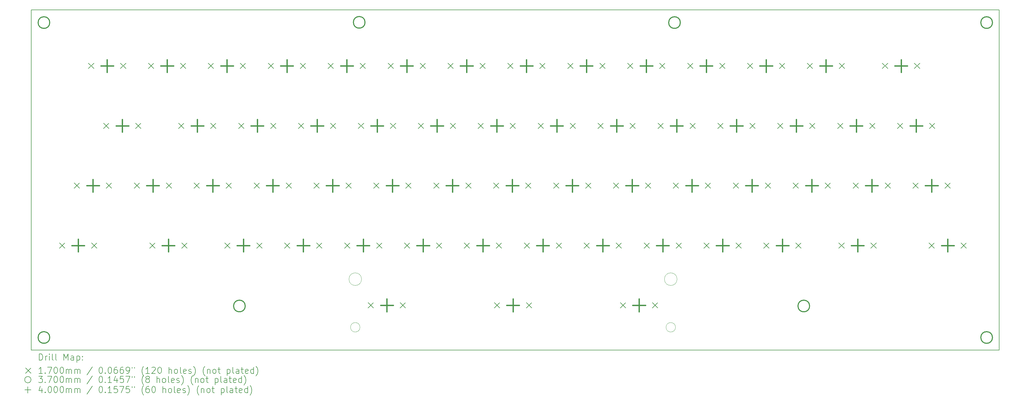
<source format=gbr>
%TF.GenerationSoftware,KiCad,Pcbnew,7.0.7*%
%TF.CreationDate,2024-01-28T23:49:51+00:00*%
%TF.ProjectId,Lynx-Keyboard,4c796e78-2d4b-4657-9962-6f6172642e6b,rev?*%
%TF.SameCoordinates,Original*%
%TF.FileFunction,Drillmap*%
%TF.FilePolarity,Positive*%
%FSLAX45Y45*%
G04 Gerber Fmt 4.5, Leading zero omitted, Abs format (unit mm)*
G04 Created by KiCad (PCBNEW 7.0.7) date 2024-01-28 23:49:51*
%MOMM*%
%LPD*%
G01*
G04 APERTURE LIST*
%ADD10C,0.100000*%
%ADD11C,0.200000*%
%ADD12C,0.170000*%
%ADD13C,0.370000*%
%ADD14C,0.400000*%
G04 APERTURE END LIST*
D10*
X23981000Y-12048000D02*
G75*
G03*
X23981000Y-12048000I-200000J0D01*
G01*
X23931000Y-13576000D02*
G75*
G03*
X23931000Y-13576000I-150000J0D01*
G01*
X13924000Y-13576000D02*
G75*
G03*
X13924000Y-13576000I-150000J0D01*
G01*
X13974000Y-12048000D02*
G75*
G03*
X13974000Y-12048000I-200000J0D01*
G01*
D11*
X3500000Y-3500000D02*
X34200000Y-3500000D01*
X34200000Y-14300000D01*
X3500000Y-14300000D01*
X3500000Y-3500000D01*
D12*
X4393000Y-10893000D02*
X4563000Y-11063000D01*
X4563000Y-10893000D02*
X4393000Y-11063000D01*
X4863000Y-8993000D02*
X5033000Y-9163000D01*
X5033000Y-8993000D02*
X4863000Y-9163000D01*
X5313000Y-5193000D02*
X5483000Y-5363000D01*
X5483000Y-5193000D02*
X5313000Y-5363000D01*
X5409000Y-10893000D02*
X5579000Y-11063000D01*
X5579000Y-10893000D02*
X5409000Y-11063000D01*
X5793000Y-7093000D02*
X5963000Y-7263000D01*
X5963000Y-7093000D02*
X5793000Y-7263000D01*
X5879000Y-8993000D02*
X6049000Y-9163000D01*
X6049000Y-8993000D02*
X5879000Y-9163000D01*
X6329000Y-5193000D02*
X6499000Y-5363000D01*
X6499000Y-5193000D02*
X6329000Y-5363000D01*
X6763000Y-8993000D02*
X6933000Y-9163000D01*
X6933000Y-8993000D02*
X6763000Y-9163000D01*
X6809000Y-7093000D02*
X6979000Y-7263000D01*
X6979000Y-7093000D02*
X6809000Y-7263000D01*
X7213000Y-5193000D02*
X7383000Y-5363000D01*
X7383000Y-5193000D02*
X7213000Y-5363000D01*
X7253000Y-10893000D02*
X7423000Y-11063000D01*
X7423000Y-10893000D02*
X7253000Y-11063000D01*
X7779000Y-8993000D02*
X7949000Y-9163000D01*
X7949000Y-8993000D02*
X7779000Y-9163000D01*
X8173000Y-7093000D02*
X8343000Y-7263000D01*
X8343000Y-7093000D02*
X8173000Y-7263000D01*
X8229000Y-5193000D02*
X8399000Y-5363000D01*
X8399000Y-5193000D02*
X8229000Y-5363000D01*
X8269000Y-10893000D02*
X8439000Y-11063000D01*
X8439000Y-10893000D02*
X8269000Y-11063000D01*
X8663000Y-8993000D02*
X8833000Y-9163000D01*
X8833000Y-8993000D02*
X8663000Y-9163000D01*
X9113000Y-5193000D02*
X9283000Y-5363000D01*
X9283000Y-5193000D02*
X9113000Y-5363000D01*
X9189000Y-7093000D02*
X9359000Y-7263000D01*
X9359000Y-7093000D02*
X9189000Y-7263000D01*
X9633000Y-10893000D02*
X9803000Y-11063000D01*
X9803000Y-10893000D02*
X9633000Y-11063000D01*
X9679000Y-8993000D02*
X9849000Y-9163000D01*
X9849000Y-8993000D02*
X9679000Y-9163000D01*
X10073000Y-7093000D02*
X10243000Y-7263000D01*
X10243000Y-7093000D02*
X10073000Y-7263000D01*
X10129000Y-5193000D02*
X10299000Y-5363000D01*
X10299000Y-5193000D02*
X10129000Y-5363000D01*
X10563000Y-8993000D02*
X10733000Y-9163000D01*
X10733000Y-8993000D02*
X10563000Y-9163000D01*
X10649000Y-10893000D02*
X10819000Y-11063000D01*
X10819000Y-10893000D02*
X10649000Y-11063000D01*
X11013000Y-5193000D02*
X11183000Y-5363000D01*
X11183000Y-5193000D02*
X11013000Y-5363000D01*
X11089000Y-7093000D02*
X11259000Y-7263000D01*
X11259000Y-7093000D02*
X11089000Y-7263000D01*
X11533000Y-10893000D02*
X11703000Y-11063000D01*
X11703000Y-10893000D02*
X11533000Y-11063000D01*
X11579000Y-8993000D02*
X11749000Y-9163000D01*
X11749000Y-8993000D02*
X11579000Y-9163000D01*
X11973000Y-7093000D02*
X12143000Y-7263000D01*
X12143000Y-7093000D02*
X11973000Y-7263000D01*
X12029000Y-5193000D02*
X12199000Y-5363000D01*
X12199000Y-5193000D02*
X12029000Y-5363000D01*
X12463000Y-8993000D02*
X12633000Y-9163000D01*
X12633000Y-8993000D02*
X12463000Y-9163000D01*
X12549000Y-10893000D02*
X12719000Y-11063000D01*
X12719000Y-10893000D02*
X12549000Y-11063000D01*
X12913000Y-5193000D02*
X13083000Y-5363000D01*
X13083000Y-5193000D02*
X12913000Y-5363000D01*
X12989000Y-7093000D02*
X13159000Y-7263000D01*
X13159000Y-7093000D02*
X12989000Y-7263000D01*
X13433000Y-10893000D02*
X13603000Y-11063000D01*
X13603000Y-10893000D02*
X13433000Y-11063000D01*
X13479000Y-8993000D02*
X13649000Y-9163000D01*
X13649000Y-8993000D02*
X13479000Y-9163000D01*
X13873000Y-7093000D02*
X14043000Y-7263000D01*
X14043000Y-7093000D02*
X13873000Y-7263000D01*
X13929000Y-5193000D02*
X14099000Y-5363000D01*
X14099000Y-5193000D02*
X13929000Y-5363000D01*
X14183000Y-12793000D02*
X14353000Y-12963000D01*
X14353000Y-12793000D02*
X14183000Y-12963000D01*
X14363000Y-8993000D02*
X14533000Y-9163000D01*
X14533000Y-8993000D02*
X14363000Y-9163000D01*
X14449000Y-10893000D02*
X14619000Y-11063000D01*
X14619000Y-10893000D02*
X14449000Y-11063000D01*
X14813000Y-5193000D02*
X14983000Y-5363000D01*
X14983000Y-5193000D02*
X14813000Y-5363000D01*
X14889000Y-7093000D02*
X15059000Y-7263000D01*
X15059000Y-7093000D02*
X14889000Y-7263000D01*
X15199000Y-12793000D02*
X15369000Y-12963000D01*
X15369000Y-12793000D02*
X15199000Y-12963000D01*
X15333000Y-10893000D02*
X15503000Y-11063000D01*
X15503000Y-10893000D02*
X15333000Y-11063000D01*
X15379000Y-8993000D02*
X15549000Y-9163000D01*
X15549000Y-8993000D02*
X15379000Y-9163000D01*
X15773000Y-7093000D02*
X15943000Y-7263000D01*
X15943000Y-7093000D02*
X15773000Y-7263000D01*
X15829000Y-5193000D02*
X15999000Y-5363000D01*
X15999000Y-5193000D02*
X15829000Y-5363000D01*
X16263000Y-8993000D02*
X16433000Y-9163000D01*
X16433000Y-8993000D02*
X16263000Y-9163000D01*
X16349000Y-10893000D02*
X16519000Y-11063000D01*
X16519000Y-10893000D02*
X16349000Y-11063000D01*
X16713000Y-5193000D02*
X16883000Y-5363000D01*
X16883000Y-5193000D02*
X16713000Y-5363000D01*
X16789000Y-7093000D02*
X16959000Y-7263000D01*
X16959000Y-7093000D02*
X16789000Y-7263000D01*
X17233000Y-10893000D02*
X17403000Y-11063000D01*
X17403000Y-10893000D02*
X17233000Y-11063000D01*
X17279000Y-8993000D02*
X17449000Y-9163000D01*
X17449000Y-8993000D02*
X17279000Y-9163000D01*
X17673000Y-7093000D02*
X17843000Y-7263000D01*
X17843000Y-7093000D02*
X17673000Y-7263000D01*
X17729000Y-5193000D02*
X17899000Y-5363000D01*
X17899000Y-5193000D02*
X17729000Y-5363000D01*
X18163000Y-8993000D02*
X18333000Y-9163000D01*
X18333000Y-8993000D02*
X18163000Y-9163000D01*
X18183000Y-12793000D02*
X18353000Y-12963000D01*
X18353000Y-12793000D02*
X18183000Y-12963000D01*
X18249000Y-10893000D02*
X18419000Y-11063000D01*
X18419000Y-10893000D02*
X18249000Y-11063000D01*
X18613000Y-5193000D02*
X18783000Y-5363000D01*
X18783000Y-5193000D02*
X18613000Y-5363000D01*
X18689000Y-7093000D02*
X18859000Y-7263000D01*
X18859000Y-7093000D02*
X18689000Y-7263000D01*
X19133000Y-10893000D02*
X19303000Y-11063000D01*
X19303000Y-10893000D02*
X19133000Y-11063000D01*
X19179000Y-8993000D02*
X19349000Y-9163000D01*
X19349000Y-8993000D02*
X19179000Y-9163000D01*
X19199000Y-12793000D02*
X19369000Y-12963000D01*
X19369000Y-12793000D02*
X19199000Y-12963000D01*
X19573000Y-7093000D02*
X19743000Y-7263000D01*
X19743000Y-7093000D02*
X19573000Y-7263000D01*
X19629000Y-5193000D02*
X19799000Y-5363000D01*
X19799000Y-5193000D02*
X19629000Y-5363000D01*
X20063000Y-8993000D02*
X20233000Y-9163000D01*
X20233000Y-8993000D02*
X20063000Y-9163000D01*
X20149000Y-10893000D02*
X20319000Y-11063000D01*
X20319000Y-10893000D02*
X20149000Y-11063000D01*
X20513000Y-5193000D02*
X20683000Y-5363000D01*
X20683000Y-5193000D02*
X20513000Y-5363000D01*
X20589000Y-7093000D02*
X20759000Y-7263000D01*
X20759000Y-7093000D02*
X20589000Y-7263000D01*
X21033000Y-10893000D02*
X21203000Y-11063000D01*
X21203000Y-10893000D02*
X21033000Y-11063000D01*
X21079000Y-8993000D02*
X21249000Y-9163000D01*
X21249000Y-8993000D02*
X21079000Y-9163000D01*
X21473000Y-7093000D02*
X21643000Y-7263000D01*
X21643000Y-7093000D02*
X21473000Y-7263000D01*
X21529000Y-5193000D02*
X21699000Y-5363000D01*
X21699000Y-5193000D02*
X21529000Y-5363000D01*
X21963000Y-8993000D02*
X22133000Y-9163000D01*
X22133000Y-8993000D02*
X21963000Y-9163000D01*
X22049000Y-10893000D02*
X22219000Y-11063000D01*
X22219000Y-10893000D02*
X22049000Y-11063000D01*
X22183000Y-12793000D02*
X22353000Y-12963000D01*
X22353000Y-12793000D02*
X22183000Y-12963000D01*
X22413000Y-5193000D02*
X22583000Y-5363000D01*
X22583000Y-5193000D02*
X22413000Y-5363000D01*
X22489000Y-7093000D02*
X22659000Y-7263000D01*
X22659000Y-7093000D02*
X22489000Y-7263000D01*
X22933000Y-10893000D02*
X23103000Y-11063000D01*
X23103000Y-10893000D02*
X22933000Y-11063000D01*
X22979000Y-8993000D02*
X23149000Y-9163000D01*
X23149000Y-8993000D02*
X22979000Y-9163000D01*
X23199000Y-12793000D02*
X23369000Y-12963000D01*
X23369000Y-12793000D02*
X23199000Y-12963000D01*
X23373000Y-7093000D02*
X23543000Y-7263000D01*
X23543000Y-7093000D02*
X23373000Y-7263000D01*
X23429000Y-5193000D02*
X23599000Y-5363000D01*
X23599000Y-5193000D02*
X23429000Y-5363000D01*
X23863000Y-8993000D02*
X24033000Y-9163000D01*
X24033000Y-8993000D02*
X23863000Y-9163000D01*
X23949000Y-10893000D02*
X24119000Y-11063000D01*
X24119000Y-10893000D02*
X23949000Y-11063000D01*
X24313000Y-5193000D02*
X24483000Y-5363000D01*
X24483000Y-5193000D02*
X24313000Y-5363000D01*
X24389000Y-7093000D02*
X24559000Y-7263000D01*
X24559000Y-7093000D02*
X24389000Y-7263000D01*
X24833000Y-10893000D02*
X25003000Y-11063000D01*
X25003000Y-10893000D02*
X24833000Y-11063000D01*
X24879000Y-8993000D02*
X25049000Y-9163000D01*
X25049000Y-8993000D02*
X24879000Y-9163000D01*
X25273000Y-7093000D02*
X25443000Y-7263000D01*
X25443000Y-7093000D02*
X25273000Y-7263000D01*
X25329000Y-5193000D02*
X25499000Y-5363000D01*
X25499000Y-5193000D02*
X25329000Y-5363000D01*
X25763000Y-8993000D02*
X25933000Y-9163000D01*
X25933000Y-8993000D02*
X25763000Y-9163000D01*
X25849000Y-10893000D02*
X26019000Y-11063000D01*
X26019000Y-10893000D02*
X25849000Y-11063000D01*
X26213000Y-5193000D02*
X26383000Y-5363000D01*
X26383000Y-5193000D02*
X26213000Y-5363000D01*
X26289000Y-7093000D02*
X26459000Y-7263000D01*
X26459000Y-7093000D02*
X26289000Y-7263000D01*
X26733000Y-10893000D02*
X26903000Y-11063000D01*
X26903000Y-10893000D02*
X26733000Y-11063000D01*
X26779000Y-8993000D02*
X26949000Y-9163000D01*
X26949000Y-8993000D02*
X26779000Y-9163000D01*
X27173000Y-7093000D02*
X27343000Y-7263000D01*
X27343000Y-7093000D02*
X27173000Y-7263000D01*
X27229000Y-5193000D02*
X27399000Y-5363000D01*
X27399000Y-5193000D02*
X27229000Y-5363000D01*
X27663000Y-8993000D02*
X27833000Y-9163000D01*
X27833000Y-8993000D02*
X27663000Y-9163000D01*
X27749000Y-10893000D02*
X27919000Y-11063000D01*
X27919000Y-10893000D02*
X27749000Y-11063000D01*
X28113000Y-5193000D02*
X28283000Y-5363000D01*
X28283000Y-5193000D02*
X28113000Y-5363000D01*
X28189000Y-7093000D02*
X28359000Y-7263000D01*
X28359000Y-7093000D02*
X28189000Y-7263000D01*
X28679000Y-8993000D02*
X28849000Y-9163000D01*
X28849000Y-8993000D02*
X28679000Y-9163000D01*
X29073000Y-7093000D02*
X29243000Y-7263000D01*
X29243000Y-7093000D02*
X29073000Y-7263000D01*
X29113000Y-10893000D02*
X29283000Y-11063000D01*
X29283000Y-10893000D02*
X29113000Y-11063000D01*
X29129000Y-5193000D02*
X29299000Y-5363000D01*
X29299000Y-5193000D02*
X29129000Y-5363000D01*
X29563000Y-8993000D02*
X29733000Y-9163000D01*
X29733000Y-8993000D02*
X29563000Y-9163000D01*
X30089000Y-7093000D02*
X30259000Y-7263000D01*
X30259000Y-7093000D02*
X30089000Y-7263000D01*
X30129000Y-10893000D02*
X30299000Y-11063000D01*
X30299000Y-10893000D02*
X30129000Y-11063000D01*
X30493000Y-5193000D02*
X30663000Y-5363000D01*
X30663000Y-5193000D02*
X30493000Y-5363000D01*
X30579000Y-8993000D02*
X30749000Y-9163000D01*
X30749000Y-8993000D02*
X30579000Y-9163000D01*
X30973000Y-7093000D02*
X31143000Y-7263000D01*
X31143000Y-7093000D02*
X30973000Y-7263000D01*
X31463000Y-8993000D02*
X31633000Y-9163000D01*
X31633000Y-8993000D02*
X31463000Y-9163000D01*
X31509000Y-5193000D02*
X31679000Y-5363000D01*
X31679000Y-5193000D02*
X31509000Y-5363000D01*
X31973000Y-10893000D02*
X32143000Y-11063000D01*
X32143000Y-10893000D02*
X31973000Y-11063000D01*
X31989000Y-7093000D02*
X32159000Y-7263000D01*
X32159000Y-7093000D02*
X31989000Y-7263000D01*
X32479000Y-8993000D02*
X32649000Y-9163000D01*
X32649000Y-8993000D02*
X32479000Y-9163000D01*
X32989000Y-10893000D02*
X33159000Y-11063000D01*
X33159000Y-10893000D02*
X32989000Y-11063000D01*
D13*
X4085000Y-3900000D02*
G75*
G03*
X4085000Y-3900000I-185000J0D01*
G01*
X4085000Y-13900000D02*
G75*
G03*
X4085000Y-13900000I-185000J0D01*
G01*
X10285000Y-12900000D02*
G75*
G03*
X10285000Y-12900000I-185000J0D01*
G01*
X14085000Y-3892000D02*
G75*
G03*
X14085000Y-3892000I-185000J0D01*
G01*
X24085000Y-3900000D02*
G75*
G03*
X24085000Y-3900000I-185000J0D01*
G01*
X28185000Y-12900000D02*
G75*
G03*
X28185000Y-12900000I-185000J0D01*
G01*
X33985000Y-3900000D02*
G75*
G03*
X33985000Y-3900000I-185000J0D01*
G01*
X33985000Y-13900000D02*
G75*
G03*
X33985000Y-13900000I-185000J0D01*
G01*
D14*
X4986000Y-10778000D02*
X4986000Y-11178000D01*
X4786000Y-10978000D02*
X5186000Y-10978000D01*
X5456000Y-8878000D02*
X5456000Y-9278000D01*
X5256000Y-9078000D02*
X5656000Y-9078000D01*
X5906000Y-5078000D02*
X5906000Y-5478000D01*
X5706000Y-5278000D02*
X6106000Y-5278000D01*
X6386000Y-6978000D02*
X6386000Y-7378000D01*
X6186000Y-7178000D02*
X6586000Y-7178000D01*
X7356000Y-8878000D02*
X7356000Y-9278000D01*
X7156000Y-9078000D02*
X7556000Y-9078000D01*
X7806000Y-5078000D02*
X7806000Y-5478000D01*
X7606000Y-5278000D02*
X8006000Y-5278000D01*
X7846000Y-10778000D02*
X7846000Y-11178000D01*
X7646000Y-10978000D02*
X8046000Y-10978000D01*
X8766000Y-6978000D02*
X8766000Y-7378000D01*
X8566000Y-7178000D02*
X8966000Y-7178000D01*
X9256000Y-8878000D02*
X9256000Y-9278000D01*
X9056000Y-9078000D02*
X9456000Y-9078000D01*
X9706000Y-5078000D02*
X9706000Y-5478000D01*
X9506000Y-5278000D02*
X9906000Y-5278000D01*
X10226000Y-10778000D02*
X10226000Y-11178000D01*
X10026000Y-10978000D02*
X10426000Y-10978000D01*
X10666000Y-6978000D02*
X10666000Y-7378000D01*
X10466000Y-7178000D02*
X10866000Y-7178000D01*
X11156000Y-8878000D02*
X11156000Y-9278000D01*
X10956000Y-9078000D02*
X11356000Y-9078000D01*
X11606000Y-5078000D02*
X11606000Y-5478000D01*
X11406000Y-5278000D02*
X11806000Y-5278000D01*
X12126000Y-10778000D02*
X12126000Y-11178000D01*
X11926000Y-10978000D02*
X12326000Y-10978000D01*
X12566000Y-6978000D02*
X12566000Y-7378000D01*
X12366000Y-7178000D02*
X12766000Y-7178000D01*
X13056000Y-8878000D02*
X13056000Y-9278000D01*
X12856000Y-9078000D02*
X13256000Y-9078000D01*
X13506000Y-5078000D02*
X13506000Y-5478000D01*
X13306000Y-5278000D02*
X13706000Y-5278000D01*
X14026000Y-10778000D02*
X14026000Y-11178000D01*
X13826000Y-10978000D02*
X14226000Y-10978000D01*
X14466000Y-6978000D02*
X14466000Y-7378000D01*
X14266000Y-7178000D02*
X14666000Y-7178000D01*
X14776000Y-12678000D02*
X14776000Y-13078000D01*
X14576000Y-12878000D02*
X14976000Y-12878000D01*
X14956000Y-8878000D02*
X14956000Y-9278000D01*
X14756000Y-9078000D02*
X15156000Y-9078000D01*
X15406000Y-5078000D02*
X15406000Y-5478000D01*
X15206000Y-5278000D02*
X15606000Y-5278000D01*
X15926000Y-10778000D02*
X15926000Y-11178000D01*
X15726000Y-10978000D02*
X16126000Y-10978000D01*
X16366000Y-6978000D02*
X16366000Y-7378000D01*
X16166000Y-7178000D02*
X16566000Y-7178000D01*
X16856000Y-8878000D02*
X16856000Y-9278000D01*
X16656000Y-9078000D02*
X17056000Y-9078000D01*
X17306000Y-5078000D02*
X17306000Y-5478000D01*
X17106000Y-5278000D02*
X17506000Y-5278000D01*
X17826000Y-10778000D02*
X17826000Y-11178000D01*
X17626000Y-10978000D02*
X18026000Y-10978000D01*
X18266000Y-6978000D02*
X18266000Y-7378000D01*
X18066000Y-7178000D02*
X18466000Y-7178000D01*
X18756000Y-8878000D02*
X18756000Y-9278000D01*
X18556000Y-9078000D02*
X18956000Y-9078000D01*
X18776000Y-12678000D02*
X18776000Y-13078000D01*
X18576000Y-12878000D02*
X18976000Y-12878000D01*
X19206000Y-5078000D02*
X19206000Y-5478000D01*
X19006000Y-5278000D02*
X19406000Y-5278000D01*
X19726000Y-10778000D02*
X19726000Y-11178000D01*
X19526000Y-10978000D02*
X19926000Y-10978000D01*
X20166000Y-6978000D02*
X20166000Y-7378000D01*
X19966000Y-7178000D02*
X20366000Y-7178000D01*
X20656000Y-8878000D02*
X20656000Y-9278000D01*
X20456000Y-9078000D02*
X20856000Y-9078000D01*
X21106000Y-5078000D02*
X21106000Y-5478000D01*
X20906000Y-5278000D02*
X21306000Y-5278000D01*
X21626000Y-10778000D02*
X21626000Y-11178000D01*
X21426000Y-10978000D02*
X21826000Y-10978000D01*
X22066000Y-6978000D02*
X22066000Y-7378000D01*
X21866000Y-7178000D02*
X22266000Y-7178000D01*
X22556000Y-8878000D02*
X22556000Y-9278000D01*
X22356000Y-9078000D02*
X22756000Y-9078000D01*
X22776000Y-12678000D02*
X22776000Y-13078000D01*
X22576000Y-12878000D02*
X22976000Y-12878000D01*
X23006000Y-5078000D02*
X23006000Y-5478000D01*
X22806000Y-5278000D02*
X23206000Y-5278000D01*
X23526000Y-10778000D02*
X23526000Y-11178000D01*
X23326000Y-10978000D02*
X23726000Y-10978000D01*
X23966000Y-6978000D02*
X23966000Y-7378000D01*
X23766000Y-7178000D02*
X24166000Y-7178000D01*
X24456000Y-8878000D02*
X24456000Y-9278000D01*
X24256000Y-9078000D02*
X24656000Y-9078000D01*
X24906000Y-5078000D02*
X24906000Y-5478000D01*
X24706000Y-5278000D02*
X25106000Y-5278000D01*
X25426000Y-10778000D02*
X25426000Y-11178000D01*
X25226000Y-10978000D02*
X25626000Y-10978000D01*
X25866000Y-6978000D02*
X25866000Y-7378000D01*
X25666000Y-7178000D02*
X26066000Y-7178000D01*
X26356000Y-8878000D02*
X26356000Y-9278000D01*
X26156000Y-9078000D02*
X26556000Y-9078000D01*
X26806000Y-5078000D02*
X26806000Y-5478000D01*
X26606000Y-5278000D02*
X27006000Y-5278000D01*
X27326000Y-10778000D02*
X27326000Y-11178000D01*
X27126000Y-10978000D02*
X27526000Y-10978000D01*
X27766000Y-6978000D02*
X27766000Y-7378000D01*
X27566000Y-7178000D02*
X27966000Y-7178000D01*
X28256000Y-8878000D02*
X28256000Y-9278000D01*
X28056000Y-9078000D02*
X28456000Y-9078000D01*
X28706000Y-5078000D02*
X28706000Y-5478000D01*
X28506000Y-5278000D02*
X28906000Y-5278000D01*
X29666000Y-6978000D02*
X29666000Y-7378000D01*
X29466000Y-7178000D02*
X29866000Y-7178000D01*
X29706000Y-10778000D02*
X29706000Y-11178000D01*
X29506000Y-10978000D02*
X29906000Y-10978000D01*
X30156000Y-8878000D02*
X30156000Y-9278000D01*
X29956000Y-9078000D02*
X30356000Y-9078000D01*
X31086000Y-5078000D02*
X31086000Y-5478000D01*
X30886000Y-5278000D02*
X31286000Y-5278000D01*
X31566000Y-6978000D02*
X31566000Y-7378000D01*
X31366000Y-7178000D02*
X31766000Y-7178000D01*
X32056000Y-8878000D02*
X32056000Y-9278000D01*
X31856000Y-9078000D02*
X32256000Y-9078000D01*
X32566000Y-10778000D02*
X32566000Y-11178000D01*
X32366000Y-10978000D02*
X32766000Y-10978000D01*
D11*
X3750777Y-14621484D02*
X3750777Y-14421484D01*
X3750777Y-14421484D02*
X3798396Y-14421484D01*
X3798396Y-14421484D02*
X3826967Y-14431008D01*
X3826967Y-14431008D02*
X3846015Y-14450055D01*
X3846015Y-14450055D02*
X3855539Y-14469103D01*
X3855539Y-14469103D02*
X3865062Y-14507198D01*
X3865062Y-14507198D02*
X3865062Y-14535769D01*
X3865062Y-14535769D02*
X3855539Y-14573865D01*
X3855539Y-14573865D02*
X3846015Y-14592912D01*
X3846015Y-14592912D02*
X3826967Y-14611960D01*
X3826967Y-14611960D02*
X3798396Y-14621484D01*
X3798396Y-14621484D02*
X3750777Y-14621484D01*
X3950777Y-14621484D02*
X3950777Y-14488150D01*
X3950777Y-14526246D02*
X3960301Y-14507198D01*
X3960301Y-14507198D02*
X3969824Y-14497674D01*
X3969824Y-14497674D02*
X3988872Y-14488150D01*
X3988872Y-14488150D02*
X4007920Y-14488150D01*
X4074586Y-14621484D02*
X4074586Y-14488150D01*
X4074586Y-14421484D02*
X4065062Y-14431008D01*
X4065062Y-14431008D02*
X4074586Y-14440531D01*
X4074586Y-14440531D02*
X4084110Y-14431008D01*
X4084110Y-14431008D02*
X4074586Y-14421484D01*
X4074586Y-14421484D02*
X4074586Y-14440531D01*
X4198396Y-14621484D02*
X4179348Y-14611960D01*
X4179348Y-14611960D02*
X4169824Y-14592912D01*
X4169824Y-14592912D02*
X4169824Y-14421484D01*
X4303158Y-14621484D02*
X4284110Y-14611960D01*
X4284110Y-14611960D02*
X4274586Y-14592912D01*
X4274586Y-14592912D02*
X4274586Y-14421484D01*
X4531729Y-14621484D02*
X4531729Y-14421484D01*
X4531729Y-14421484D02*
X4598396Y-14564341D01*
X4598396Y-14564341D02*
X4665063Y-14421484D01*
X4665063Y-14421484D02*
X4665063Y-14621484D01*
X4846015Y-14621484D02*
X4846015Y-14516722D01*
X4846015Y-14516722D02*
X4836491Y-14497674D01*
X4836491Y-14497674D02*
X4817444Y-14488150D01*
X4817444Y-14488150D02*
X4779348Y-14488150D01*
X4779348Y-14488150D02*
X4760301Y-14497674D01*
X4846015Y-14611960D02*
X4826967Y-14621484D01*
X4826967Y-14621484D02*
X4779348Y-14621484D01*
X4779348Y-14621484D02*
X4760301Y-14611960D01*
X4760301Y-14611960D02*
X4750777Y-14592912D01*
X4750777Y-14592912D02*
X4750777Y-14573865D01*
X4750777Y-14573865D02*
X4760301Y-14554817D01*
X4760301Y-14554817D02*
X4779348Y-14545293D01*
X4779348Y-14545293D02*
X4826967Y-14545293D01*
X4826967Y-14545293D02*
X4846015Y-14535769D01*
X4941253Y-14488150D02*
X4941253Y-14688150D01*
X4941253Y-14497674D02*
X4960301Y-14488150D01*
X4960301Y-14488150D02*
X4998396Y-14488150D01*
X4998396Y-14488150D02*
X5017444Y-14497674D01*
X5017444Y-14497674D02*
X5026967Y-14507198D01*
X5026967Y-14507198D02*
X5036491Y-14526246D01*
X5036491Y-14526246D02*
X5036491Y-14583388D01*
X5036491Y-14583388D02*
X5026967Y-14602436D01*
X5026967Y-14602436D02*
X5017444Y-14611960D01*
X5017444Y-14611960D02*
X4998396Y-14621484D01*
X4998396Y-14621484D02*
X4960301Y-14621484D01*
X4960301Y-14621484D02*
X4941253Y-14611960D01*
X5122205Y-14602436D02*
X5131729Y-14611960D01*
X5131729Y-14611960D02*
X5122205Y-14621484D01*
X5122205Y-14621484D02*
X5112682Y-14611960D01*
X5112682Y-14611960D02*
X5122205Y-14602436D01*
X5122205Y-14602436D02*
X5122205Y-14621484D01*
X5122205Y-14497674D02*
X5131729Y-14507198D01*
X5131729Y-14507198D02*
X5122205Y-14516722D01*
X5122205Y-14516722D02*
X5112682Y-14507198D01*
X5112682Y-14507198D02*
X5122205Y-14497674D01*
X5122205Y-14497674D02*
X5122205Y-14516722D01*
D12*
X3320000Y-14865000D02*
X3490000Y-15035000D01*
X3490000Y-14865000D02*
X3320000Y-15035000D01*
D11*
X3855539Y-15041484D02*
X3741253Y-15041484D01*
X3798396Y-15041484D02*
X3798396Y-14841484D01*
X3798396Y-14841484D02*
X3779348Y-14870055D01*
X3779348Y-14870055D02*
X3760301Y-14889103D01*
X3760301Y-14889103D02*
X3741253Y-14898627D01*
X3941253Y-15022436D02*
X3950777Y-15031960D01*
X3950777Y-15031960D02*
X3941253Y-15041484D01*
X3941253Y-15041484D02*
X3931729Y-15031960D01*
X3931729Y-15031960D02*
X3941253Y-15022436D01*
X3941253Y-15022436D02*
X3941253Y-15041484D01*
X4017443Y-14841484D02*
X4150777Y-14841484D01*
X4150777Y-14841484D02*
X4065062Y-15041484D01*
X4265063Y-14841484D02*
X4284110Y-14841484D01*
X4284110Y-14841484D02*
X4303158Y-14851008D01*
X4303158Y-14851008D02*
X4312682Y-14860531D01*
X4312682Y-14860531D02*
X4322205Y-14879579D01*
X4322205Y-14879579D02*
X4331729Y-14917674D01*
X4331729Y-14917674D02*
X4331729Y-14965293D01*
X4331729Y-14965293D02*
X4322205Y-15003388D01*
X4322205Y-15003388D02*
X4312682Y-15022436D01*
X4312682Y-15022436D02*
X4303158Y-15031960D01*
X4303158Y-15031960D02*
X4284110Y-15041484D01*
X4284110Y-15041484D02*
X4265063Y-15041484D01*
X4265063Y-15041484D02*
X4246015Y-15031960D01*
X4246015Y-15031960D02*
X4236491Y-15022436D01*
X4236491Y-15022436D02*
X4226967Y-15003388D01*
X4226967Y-15003388D02*
X4217444Y-14965293D01*
X4217444Y-14965293D02*
X4217444Y-14917674D01*
X4217444Y-14917674D02*
X4226967Y-14879579D01*
X4226967Y-14879579D02*
X4236491Y-14860531D01*
X4236491Y-14860531D02*
X4246015Y-14851008D01*
X4246015Y-14851008D02*
X4265063Y-14841484D01*
X4455539Y-14841484D02*
X4474586Y-14841484D01*
X4474586Y-14841484D02*
X4493634Y-14851008D01*
X4493634Y-14851008D02*
X4503158Y-14860531D01*
X4503158Y-14860531D02*
X4512682Y-14879579D01*
X4512682Y-14879579D02*
X4522205Y-14917674D01*
X4522205Y-14917674D02*
X4522205Y-14965293D01*
X4522205Y-14965293D02*
X4512682Y-15003388D01*
X4512682Y-15003388D02*
X4503158Y-15022436D01*
X4503158Y-15022436D02*
X4493634Y-15031960D01*
X4493634Y-15031960D02*
X4474586Y-15041484D01*
X4474586Y-15041484D02*
X4455539Y-15041484D01*
X4455539Y-15041484D02*
X4436491Y-15031960D01*
X4436491Y-15031960D02*
X4426967Y-15022436D01*
X4426967Y-15022436D02*
X4417444Y-15003388D01*
X4417444Y-15003388D02*
X4407920Y-14965293D01*
X4407920Y-14965293D02*
X4407920Y-14917674D01*
X4407920Y-14917674D02*
X4417444Y-14879579D01*
X4417444Y-14879579D02*
X4426967Y-14860531D01*
X4426967Y-14860531D02*
X4436491Y-14851008D01*
X4436491Y-14851008D02*
X4455539Y-14841484D01*
X4607920Y-15041484D02*
X4607920Y-14908150D01*
X4607920Y-14927198D02*
X4617444Y-14917674D01*
X4617444Y-14917674D02*
X4636491Y-14908150D01*
X4636491Y-14908150D02*
X4665063Y-14908150D01*
X4665063Y-14908150D02*
X4684110Y-14917674D01*
X4684110Y-14917674D02*
X4693634Y-14936722D01*
X4693634Y-14936722D02*
X4693634Y-15041484D01*
X4693634Y-14936722D02*
X4703158Y-14917674D01*
X4703158Y-14917674D02*
X4722205Y-14908150D01*
X4722205Y-14908150D02*
X4750777Y-14908150D01*
X4750777Y-14908150D02*
X4769825Y-14917674D01*
X4769825Y-14917674D02*
X4779348Y-14936722D01*
X4779348Y-14936722D02*
X4779348Y-15041484D01*
X4874586Y-15041484D02*
X4874586Y-14908150D01*
X4874586Y-14927198D02*
X4884110Y-14917674D01*
X4884110Y-14917674D02*
X4903158Y-14908150D01*
X4903158Y-14908150D02*
X4931729Y-14908150D01*
X4931729Y-14908150D02*
X4950777Y-14917674D01*
X4950777Y-14917674D02*
X4960301Y-14936722D01*
X4960301Y-14936722D02*
X4960301Y-15041484D01*
X4960301Y-14936722D02*
X4969825Y-14917674D01*
X4969825Y-14917674D02*
X4988872Y-14908150D01*
X4988872Y-14908150D02*
X5017444Y-14908150D01*
X5017444Y-14908150D02*
X5036491Y-14917674D01*
X5036491Y-14917674D02*
X5046015Y-14936722D01*
X5046015Y-14936722D02*
X5046015Y-15041484D01*
X5436491Y-14831960D02*
X5265063Y-15089103D01*
X5693634Y-14841484D02*
X5712682Y-14841484D01*
X5712682Y-14841484D02*
X5731729Y-14851008D01*
X5731729Y-14851008D02*
X5741253Y-14860531D01*
X5741253Y-14860531D02*
X5750777Y-14879579D01*
X5750777Y-14879579D02*
X5760301Y-14917674D01*
X5760301Y-14917674D02*
X5760301Y-14965293D01*
X5760301Y-14965293D02*
X5750777Y-15003388D01*
X5750777Y-15003388D02*
X5741253Y-15022436D01*
X5741253Y-15022436D02*
X5731729Y-15031960D01*
X5731729Y-15031960D02*
X5712682Y-15041484D01*
X5712682Y-15041484D02*
X5693634Y-15041484D01*
X5693634Y-15041484D02*
X5674586Y-15031960D01*
X5674586Y-15031960D02*
X5665063Y-15022436D01*
X5665063Y-15022436D02*
X5655539Y-15003388D01*
X5655539Y-15003388D02*
X5646015Y-14965293D01*
X5646015Y-14965293D02*
X5646015Y-14917674D01*
X5646015Y-14917674D02*
X5655539Y-14879579D01*
X5655539Y-14879579D02*
X5665063Y-14860531D01*
X5665063Y-14860531D02*
X5674586Y-14851008D01*
X5674586Y-14851008D02*
X5693634Y-14841484D01*
X5846015Y-15022436D02*
X5855539Y-15031960D01*
X5855539Y-15031960D02*
X5846015Y-15041484D01*
X5846015Y-15041484D02*
X5836491Y-15031960D01*
X5836491Y-15031960D02*
X5846015Y-15022436D01*
X5846015Y-15022436D02*
X5846015Y-15041484D01*
X5979348Y-14841484D02*
X5998396Y-14841484D01*
X5998396Y-14841484D02*
X6017444Y-14851008D01*
X6017444Y-14851008D02*
X6026967Y-14860531D01*
X6026967Y-14860531D02*
X6036491Y-14879579D01*
X6036491Y-14879579D02*
X6046015Y-14917674D01*
X6046015Y-14917674D02*
X6046015Y-14965293D01*
X6046015Y-14965293D02*
X6036491Y-15003388D01*
X6036491Y-15003388D02*
X6026967Y-15022436D01*
X6026967Y-15022436D02*
X6017444Y-15031960D01*
X6017444Y-15031960D02*
X5998396Y-15041484D01*
X5998396Y-15041484D02*
X5979348Y-15041484D01*
X5979348Y-15041484D02*
X5960301Y-15031960D01*
X5960301Y-15031960D02*
X5950777Y-15022436D01*
X5950777Y-15022436D02*
X5941253Y-15003388D01*
X5941253Y-15003388D02*
X5931729Y-14965293D01*
X5931729Y-14965293D02*
X5931729Y-14917674D01*
X5931729Y-14917674D02*
X5941253Y-14879579D01*
X5941253Y-14879579D02*
X5950777Y-14860531D01*
X5950777Y-14860531D02*
X5960301Y-14851008D01*
X5960301Y-14851008D02*
X5979348Y-14841484D01*
X6217444Y-14841484D02*
X6179348Y-14841484D01*
X6179348Y-14841484D02*
X6160301Y-14851008D01*
X6160301Y-14851008D02*
X6150777Y-14860531D01*
X6150777Y-14860531D02*
X6131729Y-14889103D01*
X6131729Y-14889103D02*
X6122206Y-14927198D01*
X6122206Y-14927198D02*
X6122206Y-15003388D01*
X6122206Y-15003388D02*
X6131729Y-15022436D01*
X6131729Y-15022436D02*
X6141253Y-15031960D01*
X6141253Y-15031960D02*
X6160301Y-15041484D01*
X6160301Y-15041484D02*
X6198396Y-15041484D01*
X6198396Y-15041484D02*
X6217444Y-15031960D01*
X6217444Y-15031960D02*
X6226967Y-15022436D01*
X6226967Y-15022436D02*
X6236491Y-15003388D01*
X6236491Y-15003388D02*
X6236491Y-14955769D01*
X6236491Y-14955769D02*
X6226967Y-14936722D01*
X6226967Y-14936722D02*
X6217444Y-14927198D01*
X6217444Y-14927198D02*
X6198396Y-14917674D01*
X6198396Y-14917674D02*
X6160301Y-14917674D01*
X6160301Y-14917674D02*
X6141253Y-14927198D01*
X6141253Y-14927198D02*
X6131729Y-14936722D01*
X6131729Y-14936722D02*
X6122206Y-14955769D01*
X6407920Y-14841484D02*
X6369825Y-14841484D01*
X6369825Y-14841484D02*
X6350777Y-14851008D01*
X6350777Y-14851008D02*
X6341253Y-14860531D01*
X6341253Y-14860531D02*
X6322206Y-14889103D01*
X6322206Y-14889103D02*
X6312682Y-14927198D01*
X6312682Y-14927198D02*
X6312682Y-15003388D01*
X6312682Y-15003388D02*
X6322206Y-15022436D01*
X6322206Y-15022436D02*
X6331729Y-15031960D01*
X6331729Y-15031960D02*
X6350777Y-15041484D01*
X6350777Y-15041484D02*
X6388872Y-15041484D01*
X6388872Y-15041484D02*
X6407920Y-15031960D01*
X6407920Y-15031960D02*
X6417444Y-15022436D01*
X6417444Y-15022436D02*
X6426967Y-15003388D01*
X6426967Y-15003388D02*
X6426967Y-14955769D01*
X6426967Y-14955769D02*
X6417444Y-14936722D01*
X6417444Y-14936722D02*
X6407920Y-14927198D01*
X6407920Y-14927198D02*
X6388872Y-14917674D01*
X6388872Y-14917674D02*
X6350777Y-14917674D01*
X6350777Y-14917674D02*
X6331729Y-14927198D01*
X6331729Y-14927198D02*
X6322206Y-14936722D01*
X6322206Y-14936722D02*
X6312682Y-14955769D01*
X6522206Y-15041484D02*
X6560301Y-15041484D01*
X6560301Y-15041484D02*
X6579348Y-15031960D01*
X6579348Y-15031960D02*
X6588872Y-15022436D01*
X6588872Y-15022436D02*
X6607920Y-14993865D01*
X6607920Y-14993865D02*
X6617444Y-14955769D01*
X6617444Y-14955769D02*
X6617444Y-14879579D01*
X6617444Y-14879579D02*
X6607920Y-14860531D01*
X6607920Y-14860531D02*
X6598396Y-14851008D01*
X6598396Y-14851008D02*
X6579348Y-14841484D01*
X6579348Y-14841484D02*
X6541253Y-14841484D01*
X6541253Y-14841484D02*
X6522206Y-14851008D01*
X6522206Y-14851008D02*
X6512682Y-14860531D01*
X6512682Y-14860531D02*
X6503158Y-14879579D01*
X6503158Y-14879579D02*
X6503158Y-14927198D01*
X6503158Y-14927198D02*
X6512682Y-14946246D01*
X6512682Y-14946246D02*
X6522206Y-14955769D01*
X6522206Y-14955769D02*
X6541253Y-14965293D01*
X6541253Y-14965293D02*
X6579348Y-14965293D01*
X6579348Y-14965293D02*
X6598396Y-14955769D01*
X6598396Y-14955769D02*
X6607920Y-14946246D01*
X6607920Y-14946246D02*
X6617444Y-14927198D01*
X6693634Y-14841484D02*
X6693634Y-14879579D01*
X6769825Y-14841484D02*
X6769825Y-14879579D01*
X7065063Y-15117674D02*
X7055539Y-15108150D01*
X7055539Y-15108150D02*
X7036491Y-15079579D01*
X7036491Y-15079579D02*
X7026968Y-15060531D01*
X7026968Y-15060531D02*
X7017444Y-15031960D01*
X7017444Y-15031960D02*
X7007920Y-14984341D01*
X7007920Y-14984341D02*
X7007920Y-14946246D01*
X7007920Y-14946246D02*
X7017444Y-14898627D01*
X7017444Y-14898627D02*
X7026968Y-14870055D01*
X7026968Y-14870055D02*
X7036491Y-14851008D01*
X7036491Y-14851008D02*
X7055539Y-14822436D01*
X7055539Y-14822436D02*
X7065063Y-14812912D01*
X7246015Y-15041484D02*
X7131729Y-15041484D01*
X7188872Y-15041484D02*
X7188872Y-14841484D01*
X7188872Y-14841484D02*
X7169825Y-14870055D01*
X7169825Y-14870055D02*
X7150777Y-14889103D01*
X7150777Y-14889103D02*
X7131729Y-14898627D01*
X7322206Y-14860531D02*
X7331729Y-14851008D01*
X7331729Y-14851008D02*
X7350777Y-14841484D01*
X7350777Y-14841484D02*
X7398396Y-14841484D01*
X7398396Y-14841484D02*
X7417444Y-14851008D01*
X7417444Y-14851008D02*
X7426968Y-14860531D01*
X7426968Y-14860531D02*
X7436491Y-14879579D01*
X7436491Y-14879579D02*
X7436491Y-14898627D01*
X7436491Y-14898627D02*
X7426968Y-14927198D01*
X7426968Y-14927198D02*
X7312682Y-15041484D01*
X7312682Y-15041484D02*
X7436491Y-15041484D01*
X7560301Y-14841484D02*
X7579349Y-14841484D01*
X7579349Y-14841484D02*
X7598396Y-14851008D01*
X7598396Y-14851008D02*
X7607920Y-14860531D01*
X7607920Y-14860531D02*
X7617444Y-14879579D01*
X7617444Y-14879579D02*
X7626968Y-14917674D01*
X7626968Y-14917674D02*
X7626968Y-14965293D01*
X7626968Y-14965293D02*
X7617444Y-15003388D01*
X7617444Y-15003388D02*
X7607920Y-15022436D01*
X7607920Y-15022436D02*
X7598396Y-15031960D01*
X7598396Y-15031960D02*
X7579349Y-15041484D01*
X7579349Y-15041484D02*
X7560301Y-15041484D01*
X7560301Y-15041484D02*
X7541253Y-15031960D01*
X7541253Y-15031960D02*
X7531729Y-15022436D01*
X7531729Y-15022436D02*
X7522206Y-15003388D01*
X7522206Y-15003388D02*
X7512682Y-14965293D01*
X7512682Y-14965293D02*
X7512682Y-14917674D01*
X7512682Y-14917674D02*
X7522206Y-14879579D01*
X7522206Y-14879579D02*
X7531729Y-14860531D01*
X7531729Y-14860531D02*
X7541253Y-14851008D01*
X7541253Y-14851008D02*
X7560301Y-14841484D01*
X7865063Y-15041484D02*
X7865063Y-14841484D01*
X7950777Y-15041484D02*
X7950777Y-14936722D01*
X7950777Y-14936722D02*
X7941253Y-14917674D01*
X7941253Y-14917674D02*
X7922206Y-14908150D01*
X7922206Y-14908150D02*
X7893634Y-14908150D01*
X7893634Y-14908150D02*
X7874587Y-14917674D01*
X7874587Y-14917674D02*
X7865063Y-14927198D01*
X8074587Y-15041484D02*
X8055539Y-15031960D01*
X8055539Y-15031960D02*
X8046015Y-15022436D01*
X8046015Y-15022436D02*
X8036491Y-15003388D01*
X8036491Y-15003388D02*
X8036491Y-14946246D01*
X8036491Y-14946246D02*
X8046015Y-14927198D01*
X8046015Y-14927198D02*
X8055539Y-14917674D01*
X8055539Y-14917674D02*
X8074587Y-14908150D01*
X8074587Y-14908150D02*
X8103158Y-14908150D01*
X8103158Y-14908150D02*
X8122206Y-14917674D01*
X8122206Y-14917674D02*
X8131730Y-14927198D01*
X8131730Y-14927198D02*
X8141253Y-14946246D01*
X8141253Y-14946246D02*
X8141253Y-15003388D01*
X8141253Y-15003388D02*
X8131730Y-15022436D01*
X8131730Y-15022436D02*
X8122206Y-15031960D01*
X8122206Y-15031960D02*
X8103158Y-15041484D01*
X8103158Y-15041484D02*
X8074587Y-15041484D01*
X8255539Y-15041484D02*
X8236491Y-15031960D01*
X8236491Y-15031960D02*
X8226968Y-15012912D01*
X8226968Y-15012912D02*
X8226968Y-14841484D01*
X8407920Y-15031960D02*
X8388873Y-15041484D01*
X8388873Y-15041484D02*
X8350777Y-15041484D01*
X8350777Y-15041484D02*
X8331730Y-15031960D01*
X8331730Y-15031960D02*
X8322206Y-15012912D01*
X8322206Y-15012912D02*
X8322206Y-14936722D01*
X8322206Y-14936722D02*
X8331730Y-14917674D01*
X8331730Y-14917674D02*
X8350777Y-14908150D01*
X8350777Y-14908150D02*
X8388873Y-14908150D01*
X8388873Y-14908150D02*
X8407920Y-14917674D01*
X8407920Y-14917674D02*
X8417444Y-14936722D01*
X8417444Y-14936722D02*
X8417444Y-14955769D01*
X8417444Y-14955769D02*
X8322206Y-14974817D01*
X8493634Y-15031960D02*
X8512682Y-15041484D01*
X8512682Y-15041484D02*
X8550777Y-15041484D01*
X8550777Y-15041484D02*
X8569825Y-15031960D01*
X8569825Y-15031960D02*
X8579349Y-15012912D01*
X8579349Y-15012912D02*
X8579349Y-15003388D01*
X8579349Y-15003388D02*
X8569825Y-14984341D01*
X8569825Y-14984341D02*
X8550777Y-14974817D01*
X8550777Y-14974817D02*
X8522206Y-14974817D01*
X8522206Y-14974817D02*
X8503158Y-14965293D01*
X8503158Y-14965293D02*
X8493634Y-14946246D01*
X8493634Y-14946246D02*
X8493634Y-14936722D01*
X8493634Y-14936722D02*
X8503158Y-14917674D01*
X8503158Y-14917674D02*
X8522206Y-14908150D01*
X8522206Y-14908150D02*
X8550777Y-14908150D01*
X8550777Y-14908150D02*
X8569825Y-14917674D01*
X8646015Y-15117674D02*
X8655539Y-15108150D01*
X8655539Y-15108150D02*
X8674587Y-15079579D01*
X8674587Y-15079579D02*
X8684111Y-15060531D01*
X8684111Y-15060531D02*
X8693634Y-15031960D01*
X8693634Y-15031960D02*
X8703158Y-14984341D01*
X8703158Y-14984341D02*
X8703158Y-14946246D01*
X8703158Y-14946246D02*
X8693634Y-14898627D01*
X8693634Y-14898627D02*
X8684111Y-14870055D01*
X8684111Y-14870055D02*
X8674587Y-14851008D01*
X8674587Y-14851008D02*
X8655539Y-14822436D01*
X8655539Y-14822436D02*
X8646015Y-14812912D01*
X9007920Y-15117674D02*
X8998396Y-15108150D01*
X8998396Y-15108150D02*
X8979349Y-15079579D01*
X8979349Y-15079579D02*
X8969825Y-15060531D01*
X8969825Y-15060531D02*
X8960301Y-15031960D01*
X8960301Y-15031960D02*
X8950777Y-14984341D01*
X8950777Y-14984341D02*
X8950777Y-14946246D01*
X8950777Y-14946246D02*
X8960301Y-14898627D01*
X8960301Y-14898627D02*
X8969825Y-14870055D01*
X8969825Y-14870055D02*
X8979349Y-14851008D01*
X8979349Y-14851008D02*
X8998396Y-14822436D01*
X8998396Y-14822436D02*
X9007920Y-14812912D01*
X9084111Y-14908150D02*
X9084111Y-15041484D01*
X9084111Y-14927198D02*
X9093634Y-14917674D01*
X9093634Y-14917674D02*
X9112682Y-14908150D01*
X9112682Y-14908150D02*
X9141254Y-14908150D01*
X9141254Y-14908150D02*
X9160301Y-14917674D01*
X9160301Y-14917674D02*
X9169825Y-14936722D01*
X9169825Y-14936722D02*
X9169825Y-15041484D01*
X9293634Y-15041484D02*
X9274587Y-15031960D01*
X9274587Y-15031960D02*
X9265063Y-15022436D01*
X9265063Y-15022436D02*
X9255539Y-15003388D01*
X9255539Y-15003388D02*
X9255539Y-14946246D01*
X9255539Y-14946246D02*
X9265063Y-14927198D01*
X9265063Y-14927198D02*
X9274587Y-14917674D01*
X9274587Y-14917674D02*
X9293634Y-14908150D01*
X9293634Y-14908150D02*
X9322206Y-14908150D01*
X9322206Y-14908150D02*
X9341254Y-14917674D01*
X9341254Y-14917674D02*
X9350777Y-14927198D01*
X9350777Y-14927198D02*
X9360301Y-14946246D01*
X9360301Y-14946246D02*
X9360301Y-15003388D01*
X9360301Y-15003388D02*
X9350777Y-15022436D01*
X9350777Y-15022436D02*
X9341254Y-15031960D01*
X9341254Y-15031960D02*
X9322206Y-15041484D01*
X9322206Y-15041484D02*
X9293634Y-15041484D01*
X9417444Y-14908150D02*
X9493634Y-14908150D01*
X9446015Y-14841484D02*
X9446015Y-15012912D01*
X9446015Y-15012912D02*
X9455539Y-15031960D01*
X9455539Y-15031960D02*
X9474587Y-15041484D01*
X9474587Y-15041484D02*
X9493634Y-15041484D01*
X9712682Y-14908150D02*
X9712682Y-15108150D01*
X9712682Y-14917674D02*
X9731730Y-14908150D01*
X9731730Y-14908150D02*
X9769825Y-14908150D01*
X9769825Y-14908150D02*
X9788873Y-14917674D01*
X9788873Y-14917674D02*
X9798396Y-14927198D01*
X9798396Y-14927198D02*
X9807920Y-14946246D01*
X9807920Y-14946246D02*
X9807920Y-15003388D01*
X9807920Y-15003388D02*
X9798396Y-15022436D01*
X9798396Y-15022436D02*
X9788873Y-15031960D01*
X9788873Y-15031960D02*
X9769825Y-15041484D01*
X9769825Y-15041484D02*
X9731730Y-15041484D01*
X9731730Y-15041484D02*
X9712682Y-15031960D01*
X9922206Y-15041484D02*
X9903158Y-15031960D01*
X9903158Y-15031960D02*
X9893635Y-15012912D01*
X9893635Y-15012912D02*
X9893635Y-14841484D01*
X10084111Y-15041484D02*
X10084111Y-14936722D01*
X10084111Y-14936722D02*
X10074587Y-14917674D01*
X10074587Y-14917674D02*
X10055539Y-14908150D01*
X10055539Y-14908150D02*
X10017444Y-14908150D01*
X10017444Y-14908150D02*
X9998396Y-14917674D01*
X10084111Y-15031960D02*
X10065063Y-15041484D01*
X10065063Y-15041484D02*
X10017444Y-15041484D01*
X10017444Y-15041484D02*
X9998396Y-15031960D01*
X9998396Y-15031960D02*
X9988873Y-15012912D01*
X9988873Y-15012912D02*
X9988873Y-14993865D01*
X9988873Y-14993865D02*
X9998396Y-14974817D01*
X9998396Y-14974817D02*
X10017444Y-14965293D01*
X10017444Y-14965293D02*
X10065063Y-14965293D01*
X10065063Y-14965293D02*
X10084111Y-14955769D01*
X10150777Y-14908150D02*
X10226968Y-14908150D01*
X10179349Y-14841484D02*
X10179349Y-15012912D01*
X10179349Y-15012912D02*
X10188873Y-15031960D01*
X10188873Y-15031960D02*
X10207920Y-15041484D01*
X10207920Y-15041484D02*
X10226968Y-15041484D01*
X10369825Y-15031960D02*
X10350777Y-15041484D01*
X10350777Y-15041484D02*
X10312682Y-15041484D01*
X10312682Y-15041484D02*
X10293635Y-15031960D01*
X10293635Y-15031960D02*
X10284111Y-15012912D01*
X10284111Y-15012912D02*
X10284111Y-14936722D01*
X10284111Y-14936722D02*
X10293635Y-14917674D01*
X10293635Y-14917674D02*
X10312682Y-14908150D01*
X10312682Y-14908150D02*
X10350777Y-14908150D01*
X10350777Y-14908150D02*
X10369825Y-14917674D01*
X10369825Y-14917674D02*
X10379349Y-14936722D01*
X10379349Y-14936722D02*
X10379349Y-14955769D01*
X10379349Y-14955769D02*
X10284111Y-14974817D01*
X10550777Y-15041484D02*
X10550777Y-14841484D01*
X10550777Y-15031960D02*
X10531730Y-15041484D01*
X10531730Y-15041484D02*
X10493635Y-15041484D01*
X10493635Y-15041484D02*
X10474587Y-15031960D01*
X10474587Y-15031960D02*
X10465063Y-15022436D01*
X10465063Y-15022436D02*
X10455539Y-15003388D01*
X10455539Y-15003388D02*
X10455539Y-14946246D01*
X10455539Y-14946246D02*
X10465063Y-14927198D01*
X10465063Y-14927198D02*
X10474587Y-14917674D01*
X10474587Y-14917674D02*
X10493635Y-14908150D01*
X10493635Y-14908150D02*
X10531730Y-14908150D01*
X10531730Y-14908150D02*
X10550777Y-14917674D01*
X10626968Y-15117674D02*
X10636492Y-15108150D01*
X10636492Y-15108150D02*
X10655539Y-15079579D01*
X10655539Y-15079579D02*
X10665063Y-15060531D01*
X10665063Y-15060531D02*
X10674587Y-15031960D01*
X10674587Y-15031960D02*
X10684111Y-14984341D01*
X10684111Y-14984341D02*
X10684111Y-14946246D01*
X10684111Y-14946246D02*
X10674587Y-14898627D01*
X10674587Y-14898627D02*
X10665063Y-14870055D01*
X10665063Y-14870055D02*
X10655539Y-14851008D01*
X10655539Y-14851008D02*
X10636492Y-14822436D01*
X10636492Y-14822436D02*
X10626968Y-14812912D01*
X3490000Y-15240000D02*
G75*
G03*
X3490000Y-15240000I-100000J0D01*
G01*
X3731729Y-15131484D02*
X3855539Y-15131484D01*
X3855539Y-15131484D02*
X3788872Y-15207674D01*
X3788872Y-15207674D02*
X3817443Y-15207674D01*
X3817443Y-15207674D02*
X3836491Y-15217198D01*
X3836491Y-15217198D02*
X3846015Y-15226722D01*
X3846015Y-15226722D02*
X3855539Y-15245769D01*
X3855539Y-15245769D02*
X3855539Y-15293388D01*
X3855539Y-15293388D02*
X3846015Y-15312436D01*
X3846015Y-15312436D02*
X3836491Y-15321960D01*
X3836491Y-15321960D02*
X3817443Y-15331484D01*
X3817443Y-15331484D02*
X3760301Y-15331484D01*
X3760301Y-15331484D02*
X3741253Y-15321960D01*
X3741253Y-15321960D02*
X3731729Y-15312436D01*
X3941253Y-15312436D02*
X3950777Y-15321960D01*
X3950777Y-15321960D02*
X3941253Y-15331484D01*
X3941253Y-15331484D02*
X3931729Y-15321960D01*
X3931729Y-15321960D02*
X3941253Y-15312436D01*
X3941253Y-15312436D02*
X3941253Y-15331484D01*
X4017443Y-15131484D02*
X4150777Y-15131484D01*
X4150777Y-15131484D02*
X4065062Y-15331484D01*
X4265063Y-15131484D02*
X4284110Y-15131484D01*
X4284110Y-15131484D02*
X4303158Y-15141008D01*
X4303158Y-15141008D02*
X4312682Y-15150531D01*
X4312682Y-15150531D02*
X4322205Y-15169579D01*
X4322205Y-15169579D02*
X4331729Y-15207674D01*
X4331729Y-15207674D02*
X4331729Y-15255293D01*
X4331729Y-15255293D02*
X4322205Y-15293388D01*
X4322205Y-15293388D02*
X4312682Y-15312436D01*
X4312682Y-15312436D02*
X4303158Y-15321960D01*
X4303158Y-15321960D02*
X4284110Y-15331484D01*
X4284110Y-15331484D02*
X4265063Y-15331484D01*
X4265063Y-15331484D02*
X4246015Y-15321960D01*
X4246015Y-15321960D02*
X4236491Y-15312436D01*
X4236491Y-15312436D02*
X4226967Y-15293388D01*
X4226967Y-15293388D02*
X4217444Y-15255293D01*
X4217444Y-15255293D02*
X4217444Y-15207674D01*
X4217444Y-15207674D02*
X4226967Y-15169579D01*
X4226967Y-15169579D02*
X4236491Y-15150531D01*
X4236491Y-15150531D02*
X4246015Y-15141008D01*
X4246015Y-15141008D02*
X4265063Y-15131484D01*
X4455539Y-15131484D02*
X4474586Y-15131484D01*
X4474586Y-15131484D02*
X4493634Y-15141008D01*
X4493634Y-15141008D02*
X4503158Y-15150531D01*
X4503158Y-15150531D02*
X4512682Y-15169579D01*
X4512682Y-15169579D02*
X4522205Y-15207674D01*
X4522205Y-15207674D02*
X4522205Y-15255293D01*
X4522205Y-15255293D02*
X4512682Y-15293388D01*
X4512682Y-15293388D02*
X4503158Y-15312436D01*
X4503158Y-15312436D02*
X4493634Y-15321960D01*
X4493634Y-15321960D02*
X4474586Y-15331484D01*
X4474586Y-15331484D02*
X4455539Y-15331484D01*
X4455539Y-15331484D02*
X4436491Y-15321960D01*
X4436491Y-15321960D02*
X4426967Y-15312436D01*
X4426967Y-15312436D02*
X4417444Y-15293388D01*
X4417444Y-15293388D02*
X4407920Y-15255293D01*
X4407920Y-15255293D02*
X4407920Y-15207674D01*
X4407920Y-15207674D02*
X4417444Y-15169579D01*
X4417444Y-15169579D02*
X4426967Y-15150531D01*
X4426967Y-15150531D02*
X4436491Y-15141008D01*
X4436491Y-15141008D02*
X4455539Y-15131484D01*
X4607920Y-15331484D02*
X4607920Y-15198150D01*
X4607920Y-15217198D02*
X4617444Y-15207674D01*
X4617444Y-15207674D02*
X4636491Y-15198150D01*
X4636491Y-15198150D02*
X4665063Y-15198150D01*
X4665063Y-15198150D02*
X4684110Y-15207674D01*
X4684110Y-15207674D02*
X4693634Y-15226722D01*
X4693634Y-15226722D02*
X4693634Y-15331484D01*
X4693634Y-15226722D02*
X4703158Y-15207674D01*
X4703158Y-15207674D02*
X4722205Y-15198150D01*
X4722205Y-15198150D02*
X4750777Y-15198150D01*
X4750777Y-15198150D02*
X4769825Y-15207674D01*
X4769825Y-15207674D02*
X4779348Y-15226722D01*
X4779348Y-15226722D02*
X4779348Y-15331484D01*
X4874586Y-15331484D02*
X4874586Y-15198150D01*
X4874586Y-15217198D02*
X4884110Y-15207674D01*
X4884110Y-15207674D02*
X4903158Y-15198150D01*
X4903158Y-15198150D02*
X4931729Y-15198150D01*
X4931729Y-15198150D02*
X4950777Y-15207674D01*
X4950777Y-15207674D02*
X4960301Y-15226722D01*
X4960301Y-15226722D02*
X4960301Y-15331484D01*
X4960301Y-15226722D02*
X4969825Y-15207674D01*
X4969825Y-15207674D02*
X4988872Y-15198150D01*
X4988872Y-15198150D02*
X5017444Y-15198150D01*
X5017444Y-15198150D02*
X5036491Y-15207674D01*
X5036491Y-15207674D02*
X5046015Y-15226722D01*
X5046015Y-15226722D02*
X5046015Y-15331484D01*
X5436491Y-15121960D02*
X5265063Y-15379103D01*
X5693634Y-15131484D02*
X5712682Y-15131484D01*
X5712682Y-15131484D02*
X5731729Y-15141008D01*
X5731729Y-15141008D02*
X5741253Y-15150531D01*
X5741253Y-15150531D02*
X5750777Y-15169579D01*
X5750777Y-15169579D02*
X5760301Y-15207674D01*
X5760301Y-15207674D02*
X5760301Y-15255293D01*
X5760301Y-15255293D02*
X5750777Y-15293388D01*
X5750777Y-15293388D02*
X5741253Y-15312436D01*
X5741253Y-15312436D02*
X5731729Y-15321960D01*
X5731729Y-15321960D02*
X5712682Y-15331484D01*
X5712682Y-15331484D02*
X5693634Y-15331484D01*
X5693634Y-15331484D02*
X5674586Y-15321960D01*
X5674586Y-15321960D02*
X5665063Y-15312436D01*
X5665063Y-15312436D02*
X5655539Y-15293388D01*
X5655539Y-15293388D02*
X5646015Y-15255293D01*
X5646015Y-15255293D02*
X5646015Y-15207674D01*
X5646015Y-15207674D02*
X5655539Y-15169579D01*
X5655539Y-15169579D02*
X5665063Y-15150531D01*
X5665063Y-15150531D02*
X5674586Y-15141008D01*
X5674586Y-15141008D02*
X5693634Y-15131484D01*
X5846015Y-15312436D02*
X5855539Y-15321960D01*
X5855539Y-15321960D02*
X5846015Y-15331484D01*
X5846015Y-15331484D02*
X5836491Y-15321960D01*
X5836491Y-15321960D02*
X5846015Y-15312436D01*
X5846015Y-15312436D02*
X5846015Y-15331484D01*
X6046015Y-15331484D02*
X5931729Y-15331484D01*
X5988872Y-15331484D02*
X5988872Y-15131484D01*
X5988872Y-15131484D02*
X5969825Y-15160055D01*
X5969825Y-15160055D02*
X5950777Y-15179103D01*
X5950777Y-15179103D02*
X5931729Y-15188627D01*
X6217444Y-15198150D02*
X6217444Y-15331484D01*
X6169825Y-15121960D02*
X6122206Y-15264817D01*
X6122206Y-15264817D02*
X6246015Y-15264817D01*
X6417444Y-15131484D02*
X6322206Y-15131484D01*
X6322206Y-15131484D02*
X6312682Y-15226722D01*
X6312682Y-15226722D02*
X6322206Y-15217198D01*
X6322206Y-15217198D02*
X6341253Y-15207674D01*
X6341253Y-15207674D02*
X6388872Y-15207674D01*
X6388872Y-15207674D02*
X6407920Y-15217198D01*
X6407920Y-15217198D02*
X6417444Y-15226722D01*
X6417444Y-15226722D02*
X6426967Y-15245769D01*
X6426967Y-15245769D02*
X6426967Y-15293388D01*
X6426967Y-15293388D02*
X6417444Y-15312436D01*
X6417444Y-15312436D02*
X6407920Y-15321960D01*
X6407920Y-15321960D02*
X6388872Y-15331484D01*
X6388872Y-15331484D02*
X6341253Y-15331484D01*
X6341253Y-15331484D02*
X6322206Y-15321960D01*
X6322206Y-15321960D02*
X6312682Y-15312436D01*
X6493634Y-15131484D02*
X6626967Y-15131484D01*
X6626967Y-15131484D02*
X6541253Y-15331484D01*
X6693634Y-15131484D02*
X6693634Y-15169579D01*
X6769825Y-15131484D02*
X6769825Y-15169579D01*
X7065063Y-15407674D02*
X7055539Y-15398150D01*
X7055539Y-15398150D02*
X7036491Y-15369579D01*
X7036491Y-15369579D02*
X7026968Y-15350531D01*
X7026968Y-15350531D02*
X7017444Y-15321960D01*
X7017444Y-15321960D02*
X7007920Y-15274341D01*
X7007920Y-15274341D02*
X7007920Y-15236246D01*
X7007920Y-15236246D02*
X7017444Y-15188627D01*
X7017444Y-15188627D02*
X7026968Y-15160055D01*
X7026968Y-15160055D02*
X7036491Y-15141008D01*
X7036491Y-15141008D02*
X7055539Y-15112436D01*
X7055539Y-15112436D02*
X7065063Y-15102912D01*
X7169825Y-15217198D02*
X7150777Y-15207674D01*
X7150777Y-15207674D02*
X7141253Y-15198150D01*
X7141253Y-15198150D02*
X7131729Y-15179103D01*
X7131729Y-15179103D02*
X7131729Y-15169579D01*
X7131729Y-15169579D02*
X7141253Y-15150531D01*
X7141253Y-15150531D02*
X7150777Y-15141008D01*
X7150777Y-15141008D02*
X7169825Y-15131484D01*
X7169825Y-15131484D02*
X7207920Y-15131484D01*
X7207920Y-15131484D02*
X7226968Y-15141008D01*
X7226968Y-15141008D02*
X7236491Y-15150531D01*
X7236491Y-15150531D02*
X7246015Y-15169579D01*
X7246015Y-15169579D02*
X7246015Y-15179103D01*
X7246015Y-15179103D02*
X7236491Y-15198150D01*
X7236491Y-15198150D02*
X7226968Y-15207674D01*
X7226968Y-15207674D02*
X7207920Y-15217198D01*
X7207920Y-15217198D02*
X7169825Y-15217198D01*
X7169825Y-15217198D02*
X7150777Y-15226722D01*
X7150777Y-15226722D02*
X7141253Y-15236246D01*
X7141253Y-15236246D02*
X7131729Y-15255293D01*
X7131729Y-15255293D02*
X7131729Y-15293388D01*
X7131729Y-15293388D02*
X7141253Y-15312436D01*
X7141253Y-15312436D02*
X7150777Y-15321960D01*
X7150777Y-15321960D02*
X7169825Y-15331484D01*
X7169825Y-15331484D02*
X7207920Y-15331484D01*
X7207920Y-15331484D02*
X7226968Y-15321960D01*
X7226968Y-15321960D02*
X7236491Y-15312436D01*
X7236491Y-15312436D02*
X7246015Y-15293388D01*
X7246015Y-15293388D02*
X7246015Y-15255293D01*
X7246015Y-15255293D02*
X7236491Y-15236246D01*
X7236491Y-15236246D02*
X7226968Y-15226722D01*
X7226968Y-15226722D02*
X7207920Y-15217198D01*
X7484110Y-15331484D02*
X7484110Y-15131484D01*
X7569825Y-15331484D02*
X7569825Y-15226722D01*
X7569825Y-15226722D02*
X7560301Y-15207674D01*
X7560301Y-15207674D02*
X7541253Y-15198150D01*
X7541253Y-15198150D02*
X7512682Y-15198150D01*
X7512682Y-15198150D02*
X7493634Y-15207674D01*
X7493634Y-15207674D02*
X7484110Y-15217198D01*
X7693634Y-15331484D02*
X7674587Y-15321960D01*
X7674587Y-15321960D02*
X7665063Y-15312436D01*
X7665063Y-15312436D02*
X7655539Y-15293388D01*
X7655539Y-15293388D02*
X7655539Y-15236246D01*
X7655539Y-15236246D02*
X7665063Y-15217198D01*
X7665063Y-15217198D02*
X7674587Y-15207674D01*
X7674587Y-15207674D02*
X7693634Y-15198150D01*
X7693634Y-15198150D02*
X7722206Y-15198150D01*
X7722206Y-15198150D02*
X7741253Y-15207674D01*
X7741253Y-15207674D02*
X7750777Y-15217198D01*
X7750777Y-15217198D02*
X7760301Y-15236246D01*
X7760301Y-15236246D02*
X7760301Y-15293388D01*
X7760301Y-15293388D02*
X7750777Y-15312436D01*
X7750777Y-15312436D02*
X7741253Y-15321960D01*
X7741253Y-15321960D02*
X7722206Y-15331484D01*
X7722206Y-15331484D02*
X7693634Y-15331484D01*
X7874587Y-15331484D02*
X7855539Y-15321960D01*
X7855539Y-15321960D02*
X7846015Y-15302912D01*
X7846015Y-15302912D02*
X7846015Y-15131484D01*
X8026968Y-15321960D02*
X8007920Y-15331484D01*
X8007920Y-15331484D02*
X7969825Y-15331484D01*
X7969825Y-15331484D02*
X7950777Y-15321960D01*
X7950777Y-15321960D02*
X7941253Y-15302912D01*
X7941253Y-15302912D02*
X7941253Y-15226722D01*
X7941253Y-15226722D02*
X7950777Y-15207674D01*
X7950777Y-15207674D02*
X7969825Y-15198150D01*
X7969825Y-15198150D02*
X8007920Y-15198150D01*
X8007920Y-15198150D02*
X8026968Y-15207674D01*
X8026968Y-15207674D02*
X8036491Y-15226722D01*
X8036491Y-15226722D02*
X8036491Y-15245769D01*
X8036491Y-15245769D02*
X7941253Y-15264817D01*
X8112682Y-15321960D02*
X8131730Y-15331484D01*
X8131730Y-15331484D02*
X8169825Y-15331484D01*
X8169825Y-15331484D02*
X8188872Y-15321960D01*
X8188872Y-15321960D02*
X8198396Y-15302912D01*
X8198396Y-15302912D02*
X8198396Y-15293388D01*
X8198396Y-15293388D02*
X8188872Y-15274341D01*
X8188872Y-15274341D02*
X8169825Y-15264817D01*
X8169825Y-15264817D02*
X8141253Y-15264817D01*
X8141253Y-15264817D02*
X8122206Y-15255293D01*
X8122206Y-15255293D02*
X8112682Y-15236246D01*
X8112682Y-15236246D02*
X8112682Y-15226722D01*
X8112682Y-15226722D02*
X8122206Y-15207674D01*
X8122206Y-15207674D02*
X8141253Y-15198150D01*
X8141253Y-15198150D02*
X8169825Y-15198150D01*
X8169825Y-15198150D02*
X8188872Y-15207674D01*
X8265063Y-15407674D02*
X8274587Y-15398150D01*
X8274587Y-15398150D02*
X8293634Y-15369579D01*
X8293634Y-15369579D02*
X8303158Y-15350531D01*
X8303158Y-15350531D02*
X8312682Y-15321960D01*
X8312682Y-15321960D02*
X8322206Y-15274341D01*
X8322206Y-15274341D02*
X8322206Y-15236246D01*
X8322206Y-15236246D02*
X8312682Y-15188627D01*
X8312682Y-15188627D02*
X8303158Y-15160055D01*
X8303158Y-15160055D02*
X8293634Y-15141008D01*
X8293634Y-15141008D02*
X8274587Y-15112436D01*
X8274587Y-15112436D02*
X8265063Y-15102912D01*
X8626968Y-15407674D02*
X8617444Y-15398150D01*
X8617444Y-15398150D02*
X8598396Y-15369579D01*
X8598396Y-15369579D02*
X8588873Y-15350531D01*
X8588873Y-15350531D02*
X8579349Y-15321960D01*
X8579349Y-15321960D02*
X8569825Y-15274341D01*
X8569825Y-15274341D02*
X8569825Y-15236246D01*
X8569825Y-15236246D02*
X8579349Y-15188627D01*
X8579349Y-15188627D02*
X8588873Y-15160055D01*
X8588873Y-15160055D02*
X8598396Y-15141008D01*
X8598396Y-15141008D02*
X8617444Y-15112436D01*
X8617444Y-15112436D02*
X8626968Y-15102912D01*
X8703158Y-15198150D02*
X8703158Y-15331484D01*
X8703158Y-15217198D02*
X8712682Y-15207674D01*
X8712682Y-15207674D02*
X8731730Y-15198150D01*
X8731730Y-15198150D02*
X8760301Y-15198150D01*
X8760301Y-15198150D02*
X8779349Y-15207674D01*
X8779349Y-15207674D02*
X8788873Y-15226722D01*
X8788873Y-15226722D02*
X8788873Y-15331484D01*
X8912682Y-15331484D02*
X8893634Y-15321960D01*
X8893634Y-15321960D02*
X8884111Y-15312436D01*
X8884111Y-15312436D02*
X8874587Y-15293388D01*
X8874587Y-15293388D02*
X8874587Y-15236246D01*
X8874587Y-15236246D02*
X8884111Y-15217198D01*
X8884111Y-15217198D02*
X8893634Y-15207674D01*
X8893634Y-15207674D02*
X8912682Y-15198150D01*
X8912682Y-15198150D02*
X8941254Y-15198150D01*
X8941254Y-15198150D02*
X8960301Y-15207674D01*
X8960301Y-15207674D02*
X8969825Y-15217198D01*
X8969825Y-15217198D02*
X8979349Y-15236246D01*
X8979349Y-15236246D02*
X8979349Y-15293388D01*
X8979349Y-15293388D02*
X8969825Y-15312436D01*
X8969825Y-15312436D02*
X8960301Y-15321960D01*
X8960301Y-15321960D02*
X8941254Y-15331484D01*
X8941254Y-15331484D02*
X8912682Y-15331484D01*
X9036492Y-15198150D02*
X9112682Y-15198150D01*
X9065063Y-15131484D02*
X9065063Y-15302912D01*
X9065063Y-15302912D02*
X9074587Y-15321960D01*
X9074587Y-15321960D02*
X9093634Y-15331484D01*
X9093634Y-15331484D02*
X9112682Y-15331484D01*
X9331730Y-15198150D02*
X9331730Y-15398150D01*
X9331730Y-15207674D02*
X9350777Y-15198150D01*
X9350777Y-15198150D02*
X9388873Y-15198150D01*
X9388873Y-15198150D02*
X9407920Y-15207674D01*
X9407920Y-15207674D02*
X9417444Y-15217198D01*
X9417444Y-15217198D02*
X9426968Y-15236246D01*
X9426968Y-15236246D02*
X9426968Y-15293388D01*
X9426968Y-15293388D02*
X9417444Y-15312436D01*
X9417444Y-15312436D02*
X9407920Y-15321960D01*
X9407920Y-15321960D02*
X9388873Y-15331484D01*
X9388873Y-15331484D02*
X9350777Y-15331484D01*
X9350777Y-15331484D02*
X9331730Y-15321960D01*
X9541254Y-15331484D02*
X9522206Y-15321960D01*
X9522206Y-15321960D02*
X9512682Y-15302912D01*
X9512682Y-15302912D02*
X9512682Y-15131484D01*
X9703158Y-15331484D02*
X9703158Y-15226722D01*
X9703158Y-15226722D02*
X9693635Y-15207674D01*
X9693635Y-15207674D02*
X9674587Y-15198150D01*
X9674587Y-15198150D02*
X9636492Y-15198150D01*
X9636492Y-15198150D02*
X9617444Y-15207674D01*
X9703158Y-15321960D02*
X9684111Y-15331484D01*
X9684111Y-15331484D02*
X9636492Y-15331484D01*
X9636492Y-15331484D02*
X9617444Y-15321960D01*
X9617444Y-15321960D02*
X9607920Y-15302912D01*
X9607920Y-15302912D02*
X9607920Y-15283865D01*
X9607920Y-15283865D02*
X9617444Y-15264817D01*
X9617444Y-15264817D02*
X9636492Y-15255293D01*
X9636492Y-15255293D02*
X9684111Y-15255293D01*
X9684111Y-15255293D02*
X9703158Y-15245769D01*
X9769825Y-15198150D02*
X9846015Y-15198150D01*
X9798396Y-15131484D02*
X9798396Y-15302912D01*
X9798396Y-15302912D02*
X9807920Y-15321960D01*
X9807920Y-15321960D02*
X9826968Y-15331484D01*
X9826968Y-15331484D02*
X9846015Y-15331484D01*
X9988873Y-15321960D02*
X9969825Y-15331484D01*
X9969825Y-15331484D02*
X9931730Y-15331484D01*
X9931730Y-15331484D02*
X9912682Y-15321960D01*
X9912682Y-15321960D02*
X9903158Y-15302912D01*
X9903158Y-15302912D02*
X9903158Y-15226722D01*
X9903158Y-15226722D02*
X9912682Y-15207674D01*
X9912682Y-15207674D02*
X9931730Y-15198150D01*
X9931730Y-15198150D02*
X9969825Y-15198150D01*
X9969825Y-15198150D02*
X9988873Y-15207674D01*
X9988873Y-15207674D02*
X9998396Y-15226722D01*
X9998396Y-15226722D02*
X9998396Y-15245769D01*
X9998396Y-15245769D02*
X9903158Y-15264817D01*
X10169825Y-15331484D02*
X10169825Y-15131484D01*
X10169825Y-15321960D02*
X10150777Y-15331484D01*
X10150777Y-15331484D02*
X10112682Y-15331484D01*
X10112682Y-15331484D02*
X10093635Y-15321960D01*
X10093635Y-15321960D02*
X10084111Y-15312436D01*
X10084111Y-15312436D02*
X10074587Y-15293388D01*
X10074587Y-15293388D02*
X10074587Y-15236246D01*
X10074587Y-15236246D02*
X10084111Y-15217198D01*
X10084111Y-15217198D02*
X10093635Y-15207674D01*
X10093635Y-15207674D02*
X10112682Y-15198150D01*
X10112682Y-15198150D02*
X10150777Y-15198150D01*
X10150777Y-15198150D02*
X10169825Y-15207674D01*
X10246016Y-15407674D02*
X10255539Y-15398150D01*
X10255539Y-15398150D02*
X10274587Y-15369579D01*
X10274587Y-15369579D02*
X10284111Y-15350531D01*
X10284111Y-15350531D02*
X10293635Y-15321960D01*
X10293635Y-15321960D02*
X10303158Y-15274341D01*
X10303158Y-15274341D02*
X10303158Y-15236246D01*
X10303158Y-15236246D02*
X10293635Y-15188627D01*
X10293635Y-15188627D02*
X10284111Y-15160055D01*
X10284111Y-15160055D02*
X10274587Y-15141008D01*
X10274587Y-15141008D02*
X10255539Y-15112436D01*
X10255539Y-15112436D02*
X10246016Y-15102912D01*
X3390000Y-15460000D02*
X3390000Y-15660000D01*
X3290000Y-15560000D02*
X3490000Y-15560000D01*
X3836491Y-15518150D02*
X3836491Y-15651484D01*
X3788872Y-15441960D02*
X3741253Y-15584817D01*
X3741253Y-15584817D02*
X3865062Y-15584817D01*
X3941253Y-15632436D02*
X3950777Y-15641960D01*
X3950777Y-15641960D02*
X3941253Y-15651484D01*
X3941253Y-15651484D02*
X3931729Y-15641960D01*
X3931729Y-15641960D02*
X3941253Y-15632436D01*
X3941253Y-15632436D02*
X3941253Y-15651484D01*
X4074586Y-15451484D02*
X4093634Y-15451484D01*
X4093634Y-15451484D02*
X4112682Y-15461008D01*
X4112682Y-15461008D02*
X4122205Y-15470531D01*
X4122205Y-15470531D02*
X4131729Y-15489579D01*
X4131729Y-15489579D02*
X4141253Y-15527674D01*
X4141253Y-15527674D02*
X4141253Y-15575293D01*
X4141253Y-15575293D02*
X4131729Y-15613388D01*
X4131729Y-15613388D02*
X4122205Y-15632436D01*
X4122205Y-15632436D02*
X4112682Y-15641960D01*
X4112682Y-15641960D02*
X4093634Y-15651484D01*
X4093634Y-15651484D02*
X4074586Y-15651484D01*
X4074586Y-15651484D02*
X4055539Y-15641960D01*
X4055539Y-15641960D02*
X4046015Y-15632436D01*
X4046015Y-15632436D02*
X4036491Y-15613388D01*
X4036491Y-15613388D02*
X4026967Y-15575293D01*
X4026967Y-15575293D02*
X4026967Y-15527674D01*
X4026967Y-15527674D02*
X4036491Y-15489579D01*
X4036491Y-15489579D02*
X4046015Y-15470531D01*
X4046015Y-15470531D02*
X4055539Y-15461008D01*
X4055539Y-15461008D02*
X4074586Y-15451484D01*
X4265063Y-15451484D02*
X4284110Y-15451484D01*
X4284110Y-15451484D02*
X4303158Y-15461008D01*
X4303158Y-15461008D02*
X4312682Y-15470531D01*
X4312682Y-15470531D02*
X4322205Y-15489579D01*
X4322205Y-15489579D02*
X4331729Y-15527674D01*
X4331729Y-15527674D02*
X4331729Y-15575293D01*
X4331729Y-15575293D02*
X4322205Y-15613388D01*
X4322205Y-15613388D02*
X4312682Y-15632436D01*
X4312682Y-15632436D02*
X4303158Y-15641960D01*
X4303158Y-15641960D02*
X4284110Y-15651484D01*
X4284110Y-15651484D02*
X4265063Y-15651484D01*
X4265063Y-15651484D02*
X4246015Y-15641960D01*
X4246015Y-15641960D02*
X4236491Y-15632436D01*
X4236491Y-15632436D02*
X4226967Y-15613388D01*
X4226967Y-15613388D02*
X4217444Y-15575293D01*
X4217444Y-15575293D02*
X4217444Y-15527674D01*
X4217444Y-15527674D02*
X4226967Y-15489579D01*
X4226967Y-15489579D02*
X4236491Y-15470531D01*
X4236491Y-15470531D02*
X4246015Y-15461008D01*
X4246015Y-15461008D02*
X4265063Y-15451484D01*
X4455539Y-15451484D02*
X4474586Y-15451484D01*
X4474586Y-15451484D02*
X4493634Y-15461008D01*
X4493634Y-15461008D02*
X4503158Y-15470531D01*
X4503158Y-15470531D02*
X4512682Y-15489579D01*
X4512682Y-15489579D02*
X4522205Y-15527674D01*
X4522205Y-15527674D02*
X4522205Y-15575293D01*
X4522205Y-15575293D02*
X4512682Y-15613388D01*
X4512682Y-15613388D02*
X4503158Y-15632436D01*
X4503158Y-15632436D02*
X4493634Y-15641960D01*
X4493634Y-15641960D02*
X4474586Y-15651484D01*
X4474586Y-15651484D02*
X4455539Y-15651484D01*
X4455539Y-15651484D02*
X4436491Y-15641960D01*
X4436491Y-15641960D02*
X4426967Y-15632436D01*
X4426967Y-15632436D02*
X4417444Y-15613388D01*
X4417444Y-15613388D02*
X4407920Y-15575293D01*
X4407920Y-15575293D02*
X4407920Y-15527674D01*
X4407920Y-15527674D02*
X4417444Y-15489579D01*
X4417444Y-15489579D02*
X4426967Y-15470531D01*
X4426967Y-15470531D02*
X4436491Y-15461008D01*
X4436491Y-15461008D02*
X4455539Y-15451484D01*
X4607920Y-15651484D02*
X4607920Y-15518150D01*
X4607920Y-15537198D02*
X4617444Y-15527674D01*
X4617444Y-15527674D02*
X4636491Y-15518150D01*
X4636491Y-15518150D02*
X4665063Y-15518150D01*
X4665063Y-15518150D02*
X4684110Y-15527674D01*
X4684110Y-15527674D02*
X4693634Y-15546722D01*
X4693634Y-15546722D02*
X4693634Y-15651484D01*
X4693634Y-15546722D02*
X4703158Y-15527674D01*
X4703158Y-15527674D02*
X4722205Y-15518150D01*
X4722205Y-15518150D02*
X4750777Y-15518150D01*
X4750777Y-15518150D02*
X4769825Y-15527674D01*
X4769825Y-15527674D02*
X4779348Y-15546722D01*
X4779348Y-15546722D02*
X4779348Y-15651484D01*
X4874586Y-15651484D02*
X4874586Y-15518150D01*
X4874586Y-15537198D02*
X4884110Y-15527674D01*
X4884110Y-15527674D02*
X4903158Y-15518150D01*
X4903158Y-15518150D02*
X4931729Y-15518150D01*
X4931729Y-15518150D02*
X4950777Y-15527674D01*
X4950777Y-15527674D02*
X4960301Y-15546722D01*
X4960301Y-15546722D02*
X4960301Y-15651484D01*
X4960301Y-15546722D02*
X4969825Y-15527674D01*
X4969825Y-15527674D02*
X4988872Y-15518150D01*
X4988872Y-15518150D02*
X5017444Y-15518150D01*
X5017444Y-15518150D02*
X5036491Y-15527674D01*
X5036491Y-15527674D02*
X5046015Y-15546722D01*
X5046015Y-15546722D02*
X5046015Y-15651484D01*
X5436491Y-15441960D02*
X5265063Y-15699103D01*
X5693634Y-15451484D02*
X5712682Y-15451484D01*
X5712682Y-15451484D02*
X5731729Y-15461008D01*
X5731729Y-15461008D02*
X5741253Y-15470531D01*
X5741253Y-15470531D02*
X5750777Y-15489579D01*
X5750777Y-15489579D02*
X5760301Y-15527674D01*
X5760301Y-15527674D02*
X5760301Y-15575293D01*
X5760301Y-15575293D02*
X5750777Y-15613388D01*
X5750777Y-15613388D02*
X5741253Y-15632436D01*
X5741253Y-15632436D02*
X5731729Y-15641960D01*
X5731729Y-15641960D02*
X5712682Y-15651484D01*
X5712682Y-15651484D02*
X5693634Y-15651484D01*
X5693634Y-15651484D02*
X5674586Y-15641960D01*
X5674586Y-15641960D02*
X5665063Y-15632436D01*
X5665063Y-15632436D02*
X5655539Y-15613388D01*
X5655539Y-15613388D02*
X5646015Y-15575293D01*
X5646015Y-15575293D02*
X5646015Y-15527674D01*
X5646015Y-15527674D02*
X5655539Y-15489579D01*
X5655539Y-15489579D02*
X5665063Y-15470531D01*
X5665063Y-15470531D02*
X5674586Y-15461008D01*
X5674586Y-15461008D02*
X5693634Y-15451484D01*
X5846015Y-15632436D02*
X5855539Y-15641960D01*
X5855539Y-15641960D02*
X5846015Y-15651484D01*
X5846015Y-15651484D02*
X5836491Y-15641960D01*
X5836491Y-15641960D02*
X5846015Y-15632436D01*
X5846015Y-15632436D02*
X5846015Y-15651484D01*
X6046015Y-15651484D02*
X5931729Y-15651484D01*
X5988872Y-15651484D02*
X5988872Y-15451484D01*
X5988872Y-15451484D02*
X5969825Y-15480055D01*
X5969825Y-15480055D02*
X5950777Y-15499103D01*
X5950777Y-15499103D02*
X5931729Y-15508627D01*
X6226967Y-15451484D02*
X6131729Y-15451484D01*
X6131729Y-15451484D02*
X6122206Y-15546722D01*
X6122206Y-15546722D02*
X6131729Y-15537198D01*
X6131729Y-15537198D02*
X6150777Y-15527674D01*
X6150777Y-15527674D02*
X6198396Y-15527674D01*
X6198396Y-15527674D02*
X6217444Y-15537198D01*
X6217444Y-15537198D02*
X6226967Y-15546722D01*
X6226967Y-15546722D02*
X6236491Y-15565769D01*
X6236491Y-15565769D02*
X6236491Y-15613388D01*
X6236491Y-15613388D02*
X6226967Y-15632436D01*
X6226967Y-15632436D02*
X6217444Y-15641960D01*
X6217444Y-15641960D02*
X6198396Y-15651484D01*
X6198396Y-15651484D02*
X6150777Y-15651484D01*
X6150777Y-15651484D02*
X6131729Y-15641960D01*
X6131729Y-15641960D02*
X6122206Y-15632436D01*
X6303158Y-15451484D02*
X6436491Y-15451484D01*
X6436491Y-15451484D02*
X6350777Y-15651484D01*
X6607920Y-15451484D02*
X6512682Y-15451484D01*
X6512682Y-15451484D02*
X6503158Y-15546722D01*
X6503158Y-15546722D02*
X6512682Y-15537198D01*
X6512682Y-15537198D02*
X6531729Y-15527674D01*
X6531729Y-15527674D02*
X6579348Y-15527674D01*
X6579348Y-15527674D02*
X6598396Y-15537198D01*
X6598396Y-15537198D02*
X6607920Y-15546722D01*
X6607920Y-15546722D02*
X6617444Y-15565769D01*
X6617444Y-15565769D02*
X6617444Y-15613388D01*
X6617444Y-15613388D02*
X6607920Y-15632436D01*
X6607920Y-15632436D02*
X6598396Y-15641960D01*
X6598396Y-15641960D02*
X6579348Y-15651484D01*
X6579348Y-15651484D02*
X6531729Y-15651484D01*
X6531729Y-15651484D02*
X6512682Y-15641960D01*
X6512682Y-15641960D02*
X6503158Y-15632436D01*
X6693634Y-15451484D02*
X6693634Y-15489579D01*
X6769825Y-15451484D02*
X6769825Y-15489579D01*
X7065063Y-15727674D02*
X7055539Y-15718150D01*
X7055539Y-15718150D02*
X7036491Y-15689579D01*
X7036491Y-15689579D02*
X7026968Y-15670531D01*
X7026968Y-15670531D02*
X7017444Y-15641960D01*
X7017444Y-15641960D02*
X7007920Y-15594341D01*
X7007920Y-15594341D02*
X7007920Y-15556246D01*
X7007920Y-15556246D02*
X7017444Y-15508627D01*
X7017444Y-15508627D02*
X7026968Y-15480055D01*
X7026968Y-15480055D02*
X7036491Y-15461008D01*
X7036491Y-15461008D02*
X7055539Y-15432436D01*
X7055539Y-15432436D02*
X7065063Y-15422912D01*
X7226968Y-15451484D02*
X7188872Y-15451484D01*
X7188872Y-15451484D02*
X7169825Y-15461008D01*
X7169825Y-15461008D02*
X7160301Y-15470531D01*
X7160301Y-15470531D02*
X7141253Y-15499103D01*
X7141253Y-15499103D02*
X7131729Y-15537198D01*
X7131729Y-15537198D02*
X7131729Y-15613388D01*
X7131729Y-15613388D02*
X7141253Y-15632436D01*
X7141253Y-15632436D02*
X7150777Y-15641960D01*
X7150777Y-15641960D02*
X7169825Y-15651484D01*
X7169825Y-15651484D02*
X7207920Y-15651484D01*
X7207920Y-15651484D02*
X7226968Y-15641960D01*
X7226968Y-15641960D02*
X7236491Y-15632436D01*
X7236491Y-15632436D02*
X7246015Y-15613388D01*
X7246015Y-15613388D02*
X7246015Y-15565769D01*
X7246015Y-15565769D02*
X7236491Y-15546722D01*
X7236491Y-15546722D02*
X7226968Y-15537198D01*
X7226968Y-15537198D02*
X7207920Y-15527674D01*
X7207920Y-15527674D02*
X7169825Y-15527674D01*
X7169825Y-15527674D02*
X7150777Y-15537198D01*
X7150777Y-15537198D02*
X7141253Y-15546722D01*
X7141253Y-15546722D02*
X7131729Y-15565769D01*
X7369825Y-15451484D02*
X7388872Y-15451484D01*
X7388872Y-15451484D02*
X7407920Y-15461008D01*
X7407920Y-15461008D02*
X7417444Y-15470531D01*
X7417444Y-15470531D02*
X7426968Y-15489579D01*
X7426968Y-15489579D02*
X7436491Y-15527674D01*
X7436491Y-15527674D02*
X7436491Y-15575293D01*
X7436491Y-15575293D02*
X7426968Y-15613388D01*
X7426968Y-15613388D02*
X7417444Y-15632436D01*
X7417444Y-15632436D02*
X7407920Y-15641960D01*
X7407920Y-15641960D02*
X7388872Y-15651484D01*
X7388872Y-15651484D02*
X7369825Y-15651484D01*
X7369825Y-15651484D02*
X7350777Y-15641960D01*
X7350777Y-15641960D02*
X7341253Y-15632436D01*
X7341253Y-15632436D02*
X7331729Y-15613388D01*
X7331729Y-15613388D02*
X7322206Y-15575293D01*
X7322206Y-15575293D02*
X7322206Y-15527674D01*
X7322206Y-15527674D02*
X7331729Y-15489579D01*
X7331729Y-15489579D02*
X7341253Y-15470531D01*
X7341253Y-15470531D02*
X7350777Y-15461008D01*
X7350777Y-15461008D02*
X7369825Y-15451484D01*
X7674587Y-15651484D02*
X7674587Y-15451484D01*
X7760301Y-15651484D02*
X7760301Y-15546722D01*
X7760301Y-15546722D02*
X7750777Y-15527674D01*
X7750777Y-15527674D02*
X7731730Y-15518150D01*
X7731730Y-15518150D02*
X7703158Y-15518150D01*
X7703158Y-15518150D02*
X7684110Y-15527674D01*
X7684110Y-15527674D02*
X7674587Y-15537198D01*
X7884110Y-15651484D02*
X7865063Y-15641960D01*
X7865063Y-15641960D02*
X7855539Y-15632436D01*
X7855539Y-15632436D02*
X7846015Y-15613388D01*
X7846015Y-15613388D02*
X7846015Y-15556246D01*
X7846015Y-15556246D02*
X7855539Y-15537198D01*
X7855539Y-15537198D02*
X7865063Y-15527674D01*
X7865063Y-15527674D02*
X7884110Y-15518150D01*
X7884110Y-15518150D02*
X7912682Y-15518150D01*
X7912682Y-15518150D02*
X7931730Y-15527674D01*
X7931730Y-15527674D02*
X7941253Y-15537198D01*
X7941253Y-15537198D02*
X7950777Y-15556246D01*
X7950777Y-15556246D02*
X7950777Y-15613388D01*
X7950777Y-15613388D02*
X7941253Y-15632436D01*
X7941253Y-15632436D02*
X7931730Y-15641960D01*
X7931730Y-15641960D02*
X7912682Y-15651484D01*
X7912682Y-15651484D02*
X7884110Y-15651484D01*
X8065063Y-15651484D02*
X8046015Y-15641960D01*
X8046015Y-15641960D02*
X8036491Y-15622912D01*
X8036491Y-15622912D02*
X8036491Y-15451484D01*
X8217444Y-15641960D02*
X8198396Y-15651484D01*
X8198396Y-15651484D02*
X8160301Y-15651484D01*
X8160301Y-15651484D02*
X8141253Y-15641960D01*
X8141253Y-15641960D02*
X8131730Y-15622912D01*
X8131730Y-15622912D02*
X8131730Y-15546722D01*
X8131730Y-15546722D02*
X8141253Y-15527674D01*
X8141253Y-15527674D02*
X8160301Y-15518150D01*
X8160301Y-15518150D02*
X8198396Y-15518150D01*
X8198396Y-15518150D02*
X8217444Y-15527674D01*
X8217444Y-15527674D02*
X8226968Y-15546722D01*
X8226968Y-15546722D02*
X8226968Y-15565769D01*
X8226968Y-15565769D02*
X8131730Y-15584817D01*
X8303158Y-15641960D02*
X8322206Y-15651484D01*
X8322206Y-15651484D02*
X8360301Y-15651484D01*
X8360301Y-15651484D02*
X8379349Y-15641960D01*
X8379349Y-15641960D02*
X8388873Y-15622912D01*
X8388873Y-15622912D02*
X8388873Y-15613388D01*
X8388873Y-15613388D02*
X8379349Y-15594341D01*
X8379349Y-15594341D02*
X8360301Y-15584817D01*
X8360301Y-15584817D02*
X8331730Y-15584817D01*
X8331730Y-15584817D02*
X8312682Y-15575293D01*
X8312682Y-15575293D02*
X8303158Y-15556246D01*
X8303158Y-15556246D02*
X8303158Y-15546722D01*
X8303158Y-15546722D02*
X8312682Y-15527674D01*
X8312682Y-15527674D02*
X8331730Y-15518150D01*
X8331730Y-15518150D02*
X8360301Y-15518150D01*
X8360301Y-15518150D02*
X8379349Y-15527674D01*
X8455539Y-15727674D02*
X8465063Y-15718150D01*
X8465063Y-15718150D02*
X8484111Y-15689579D01*
X8484111Y-15689579D02*
X8493634Y-15670531D01*
X8493634Y-15670531D02*
X8503158Y-15641960D01*
X8503158Y-15641960D02*
X8512682Y-15594341D01*
X8512682Y-15594341D02*
X8512682Y-15556246D01*
X8512682Y-15556246D02*
X8503158Y-15508627D01*
X8503158Y-15508627D02*
X8493634Y-15480055D01*
X8493634Y-15480055D02*
X8484111Y-15461008D01*
X8484111Y-15461008D02*
X8465063Y-15432436D01*
X8465063Y-15432436D02*
X8455539Y-15422912D01*
X8817444Y-15727674D02*
X8807920Y-15718150D01*
X8807920Y-15718150D02*
X8788873Y-15689579D01*
X8788873Y-15689579D02*
X8779349Y-15670531D01*
X8779349Y-15670531D02*
X8769825Y-15641960D01*
X8769825Y-15641960D02*
X8760301Y-15594341D01*
X8760301Y-15594341D02*
X8760301Y-15556246D01*
X8760301Y-15556246D02*
X8769825Y-15508627D01*
X8769825Y-15508627D02*
X8779349Y-15480055D01*
X8779349Y-15480055D02*
X8788873Y-15461008D01*
X8788873Y-15461008D02*
X8807920Y-15432436D01*
X8807920Y-15432436D02*
X8817444Y-15422912D01*
X8893634Y-15518150D02*
X8893634Y-15651484D01*
X8893634Y-15537198D02*
X8903158Y-15527674D01*
X8903158Y-15527674D02*
X8922206Y-15518150D01*
X8922206Y-15518150D02*
X8950777Y-15518150D01*
X8950777Y-15518150D02*
X8969825Y-15527674D01*
X8969825Y-15527674D02*
X8979349Y-15546722D01*
X8979349Y-15546722D02*
X8979349Y-15651484D01*
X9103158Y-15651484D02*
X9084111Y-15641960D01*
X9084111Y-15641960D02*
X9074587Y-15632436D01*
X9074587Y-15632436D02*
X9065063Y-15613388D01*
X9065063Y-15613388D02*
X9065063Y-15556246D01*
X9065063Y-15556246D02*
X9074587Y-15537198D01*
X9074587Y-15537198D02*
X9084111Y-15527674D01*
X9084111Y-15527674D02*
X9103158Y-15518150D01*
X9103158Y-15518150D02*
X9131730Y-15518150D01*
X9131730Y-15518150D02*
X9150777Y-15527674D01*
X9150777Y-15527674D02*
X9160301Y-15537198D01*
X9160301Y-15537198D02*
X9169825Y-15556246D01*
X9169825Y-15556246D02*
X9169825Y-15613388D01*
X9169825Y-15613388D02*
X9160301Y-15632436D01*
X9160301Y-15632436D02*
X9150777Y-15641960D01*
X9150777Y-15641960D02*
X9131730Y-15651484D01*
X9131730Y-15651484D02*
X9103158Y-15651484D01*
X9226968Y-15518150D02*
X9303158Y-15518150D01*
X9255539Y-15451484D02*
X9255539Y-15622912D01*
X9255539Y-15622912D02*
X9265063Y-15641960D01*
X9265063Y-15641960D02*
X9284111Y-15651484D01*
X9284111Y-15651484D02*
X9303158Y-15651484D01*
X9522206Y-15518150D02*
X9522206Y-15718150D01*
X9522206Y-15527674D02*
X9541254Y-15518150D01*
X9541254Y-15518150D02*
X9579349Y-15518150D01*
X9579349Y-15518150D02*
X9598396Y-15527674D01*
X9598396Y-15527674D02*
X9607920Y-15537198D01*
X9607920Y-15537198D02*
X9617444Y-15556246D01*
X9617444Y-15556246D02*
X9617444Y-15613388D01*
X9617444Y-15613388D02*
X9607920Y-15632436D01*
X9607920Y-15632436D02*
X9598396Y-15641960D01*
X9598396Y-15641960D02*
X9579349Y-15651484D01*
X9579349Y-15651484D02*
X9541254Y-15651484D01*
X9541254Y-15651484D02*
X9522206Y-15641960D01*
X9731730Y-15651484D02*
X9712682Y-15641960D01*
X9712682Y-15641960D02*
X9703158Y-15622912D01*
X9703158Y-15622912D02*
X9703158Y-15451484D01*
X9893635Y-15651484D02*
X9893635Y-15546722D01*
X9893635Y-15546722D02*
X9884111Y-15527674D01*
X9884111Y-15527674D02*
X9865063Y-15518150D01*
X9865063Y-15518150D02*
X9826968Y-15518150D01*
X9826968Y-15518150D02*
X9807920Y-15527674D01*
X9893635Y-15641960D02*
X9874587Y-15651484D01*
X9874587Y-15651484D02*
X9826968Y-15651484D01*
X9826968Y-15651484D02*
X9807920Y-15641960D01*
X9807920Y-15641960D02*
X9798396Y-15622912D01*
X9798396Y-15622912D02*
X9798396Y-15603865D01*
X9798396Y-15603865D02*
X9807920Y-15584817D01*
X9807920Y-15584817D02*
X9826968Y-15575293D01*
X9826968Y-15575293D02*
X9874587Y-15575293D01*
X9874587Y-15575293D02*
X9893635Y-15565769D01*
X9960301Y-15518150D02*
X10036492Y-15518150D01*
X9988873Y-15451484D02*
X9988873Y-15622912D01*
X9988873Y-15622912D02*
X9998396Y-15641960D01*
X9998396Y-15641960D02*
X10017444Y-15651484D01*
X10017444Y-15651484D02*
X10036492Y-15651484D01*
X10179349Y-15641960D02*
X10160301Y-15651484D01*
X10160301Y-15651484D02*
X10122206Y-15651484D01*
X10122206Y-15651484D02*
X10103158Y-15641960D01*
X10103158Y-15641960D02*
X10093635Y-15622912D01*
X10093635Y-15622912D02*
X10093635Y-15546722D01*
X10093635Y-15546722D02*
X10103158Y-15527674D01*
X10103158Y-15527674D02*
X10122206Y-15518150D01*
X10122206Y-15518150D02*
X10160301Y-15518150D01*
X10160301Y-15518150D02*
X10179349Y-15527674D01*
X10179349Y-15527674D02*
X10188873Y-15546722D01*
X10188873Y-15546722D02*
X10188873Y-15565769D01*
X10188873Y-15565769D02*
X10093635Y-15584817D01*
X10360301Y-15651484D02*
X10360301Y-15451484D01*
X10360301Y-15641960D02*
X10341254Y-15651484D01*
X10341254Y-15651484D02*
X10303158Y-15651484D01*
X10303158Y-15651484D02*
X10284111Y-15641960D01*
X10284111Y-15641960D02*
X10274587Y-15632436D01*
X10274587Y-15632436D02*
X10265063Y-15613388D01*
X10265063Y-15613388D02*
X10265063Y-15556246D01*
X10265063Y-15556246D02*
X10274587Y-15537198D01*
X10274587Y-15537198D02*
X10284111Y-15527674D01*
X10284111Y-15527674D02*
X10303158Y-15518150D01*
X10303158Y-15518150D02*
X10341254Y-15518150D01*
X10341254Y-15518150D02*
X10360301Y-15527674D01*
X10436492Y-15727674D02*
X10446016Y-15718150D01*
X10446016Y-15718150D02*
X10465063Y-15689579D01*
X10465063Y-15689579D02*
X10474587Y-15670531D01*
X10474587Y-15670531D02*
X10484111Y-15641960D01*
X10484111Y-15641960D02*
X10493635Y-15594341D01*
X10493635Y-15594341D02*
X10493635Y-15556246D01*
X10493635Y-15556246D02*
X10484111Y-15508627D01*
X10484111Y-15508627D02*
X10474587Y-15480055D01*
X10474587Y-15480055D02*
X10465063Y-15461008D01*
X10465063Y-15461008D02*
X10446016Y-15432436D01*
X10446016Y-15432436D02*
X10436492Y-15422912D01*
M02*

</source>
